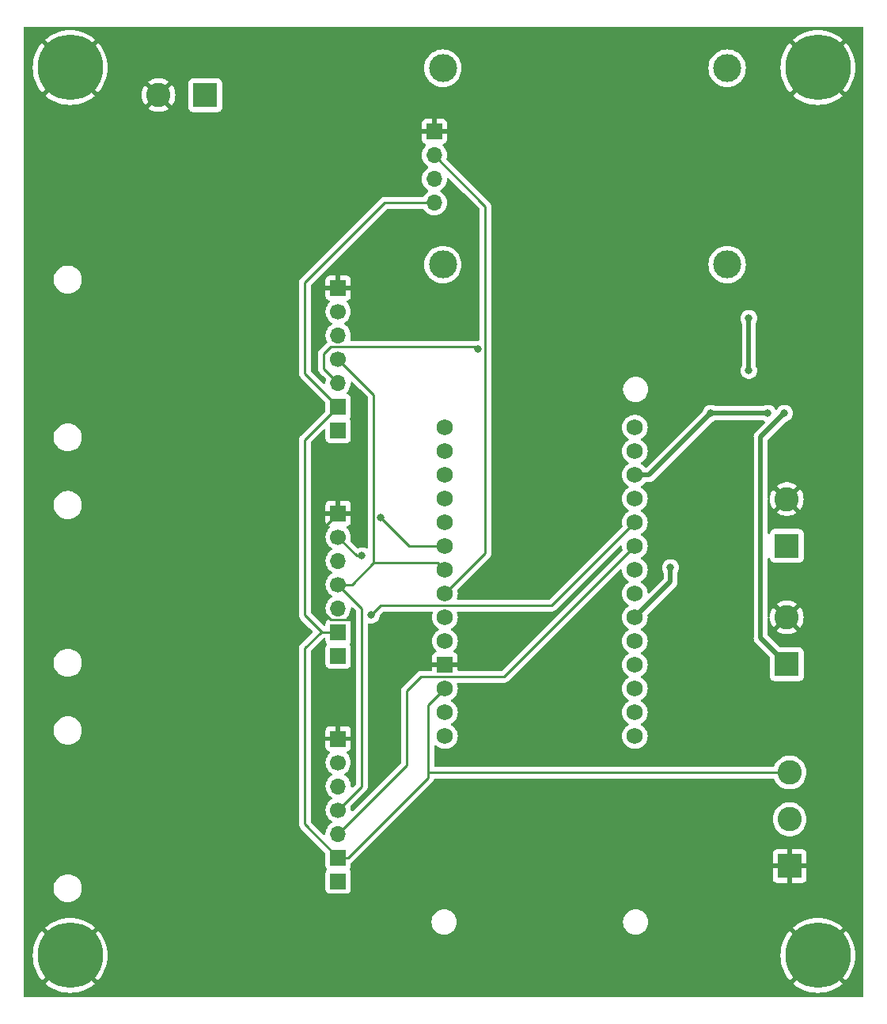
<source format=gbl>
G04 #@! TF.GenerationSoftware,KiCad,Pcbnew,7.0.9-7.0.9~ubuntu22.04.1*
G04 #@! TF.CreationDate,2023-12-07T11:19:29+01:00*
G04 #@! TF.ProjectId,baseboard,62617365-626f-4617-9264-2e6b69636164,rev?*
G04 #@! TF.SameCoordinates,Original*
G04 #@! TF.FileFunction,Copper,L2,Bot*
G04 #@! TF.FilePolarity,Positive*
%FSLAX46Y46*%
G04 Gerber Fmt 4.6, Leading zero omitted, Abs format (unit mm)*
G04 Created by KiCad (PCBNEW 7.0.9-7.0.9~ubuntu22.04.1) date 2023-12-07 11:19:29*
%MOMM*%
%LPD*%
G01*
G04 APERTURE LIST*
G04 #@! TA.AperFunction,ComponentPad*
%ADD10C,7.000000*%
G04 #@! TD*
G04 #@! TA.AperFunction,ComponentPad*
%ADD11R,1.700000X1.700000*%
G04 #@! TD*
G04 #@! TA.AperFunction,ComponentPad*
%ADD12O,1.700000X1.700000*%
G04 #@! TD*
G04 #@! TA.AperFunction,ComponentPad*
%ADD13C,1.700000*%
G04 #@! TD*
G04 #@! TA.AperFunction,ComponentPad*
%ADD14R,2.600000X2.600000*%
G04 #@! TD*
G04 #@! TA.AperFunction,ComponentPad*
%ADD15C,2.600000*%
G04 #@! TD*
G04 #@! TA.AperFunction,WasherPad*
%ADD16C,3.000000*%
G04 #@! TD*
G04 #@! TA.AperFunction,ComponentPad*
%ADD17C,1.727200*%
G04 #@! TD*
G04 #@! TA.AperFunction,ComponentPad*
%ADD18R,1.727200X1.727200*%
G04 #@! TD*
G04 #@! TA.AperFunction,ViaPad*
%ADD19C,0.800000*%
G04 #@! TD*
G04 #@! TA.AperFunction,Conductor*
%ADD20C,0.250000*%
G04 #@! TD*
G04 #@! TA.AperFunction,Conductor*
%ADD21C,0.500000*%
G04 #@! TD*
G04 APERTURE END LIST*
D10*
X30000000Y-153000000D03*
X110000000Y-58000000D03*
D11*
X58680000Y-120940000D03*
X58680000Y-118400000D03*
D12*
X58680000Y-115860000D03*
D13*
X58680000Y-113320000D03*
D12*
X58680000Y-110780000D03*
D13*
X58680000Y-108240000D03*
D11*
X58680000Y-105700000D03*
D14*
X106985000Y-143430000D03*
D15*
X106985000Y-138430000D03*
X106985000Y-133430000D03*
D10*
X30000000Y-58000000D03*
D14*
X44450000Y-60960000D03*
D15*
X39450000Y-60960000D03*
D11*
X58680000Y-96820000D03*
X58680000Y-94280000D03*
D12*
X58680000Y-91740000D03*
D13*
X58680000Y-89200000D03*
D12*
X58680000Y-86660000D03*
D13*
X58680000Y-84120000D03*
D11*
X58680000Y-81580000D03*
D14*
X106680000Y-121840000D03*
D15*
X106680000Y-116840000D03*
D11*
X58680000Y-145060000D03*
X58680000Y-142520000D03*
D12*
X58680000Y-139980000D03*
D13*
X58680000Y-137440000D03*
D12*
X58680000Y-134900000D03*
D13*
X58680000Y-132360000D03*
D11*
X58680000Y-129820000D03*
D10*
X110000000Y-153000000D03*
D16*
X69880000Y-58070000D03*
X69880000Y-79090000D03*
X100300000Y-58070000D03*
X100300000Y-79090000D03*
D11*
X68961000Y-64846200D03*
D12*
X68961000Y-67386200D03*
X68961000Y-69926200D03*
X68961000Y-72466200D03*
D14*
X106680000Y-109180000D03*
D15*
X106680000Y-104180000D03*
D17*
X70104000Y-124460000D03*
X70104000Y-129540000D03*
X90424000Y-127000000D03*
X90424000Y-124460000D03*
X90424000Y-121920000D03*
X90424000Y-119380000D03*
X90424000Y-116840000D03*
X90424000Y-114300000D03*
X90424000Y-111760000D03*
X90424000Y-129540000D03*
X90424000Y-109220000D03*
X90424000Y-106680000D03*
X90424000Y-104140000D03*
X90424000Y-101600000D03*
X90424000Y-99060000D03*
X90424000Y-96520000D03*
X70104000Y-96520000D03*
X70104000Y-99060000D03*
X70104000Y-101600000D03*
X70104000Y-104140000D03*
X70104000Y-106680000D03*
X70104000Y-109220000D03*
X70104000Y-111760000D03*
X70104000Y-114300000D03*
X70104000Y-116840000D03*
D18*
X70104000Y-121920000D03*
D17*
X70104000Y-119380000D03*
X70104000Y-127000000D03*
D19*
X100838000Y-101092000D03*
X54316000Y-63492000D03*
X96774000Y-85598000D03*
X60198000Y-116840000D03*
X62484000Y-121920000D03*
X63246000Y-106172000D03*
X62230000Y-116586000D03*
X73622500Y-88138000D03*
X94234000Y-111506000D03*
X104648000Y-94996000D03*
X98552000Y-94996000D03*
X106426000Y-94996000D03*
X61214000Y-110236000D03*
X102616000Y-90424000D03*
X102616000Y-84836000D03*
D20*
X56896000Y-107484000D02*
X56896000Y-116078000D01*
X57912000Y-117094000D02*
X59944000Y-117094000D01*
X56896000Y-116078000D02*
X57912000Y-117094000D01*
X59944000Y-117094000D02*
X60198000Y-116840000D01*
X58680000Y-105700000D02*
X56896000Y-107484000D01*
X68961000Y-72466200D02*
X63677800Y-72466200D01*
X58680000Y-142520000D02*
X59780000Y-142520000D01*
X55118000Y-138958000D02*
X58680000Y-142520000D01*
X55118000Y-90718000D02*
X58680000Y-94280000D01*
X58680000Y-118400000D02*
X56860000Y-118400000D01*
X106985000Y-133430000D02*
X68406000Y-133430000D01*
X68326000Y-133974000D02*
X68326000Y-133350000D01*
X55118000Y-81026000D02*
X55118000Y-90718000D01*
X68326000Y-126238000D02*
X70104000Y-124460000D01*
X55118000Y-120142000D02*
X55118000Y-138958000D01*
X58680000Y-94280000D02*
X55118000Y-97842000D01*
X63677800Y-72466200D02*
X55118000Y-81026000D01*
X56860000Y-118400000D02*
X55118000Y-120142000D01*
X68326000Y-133350000D02*
X68326000Y-126238000D01*
X55118000Y-116586000D02*
X56932000Y-118400000D01*
X55118000Y-97842000D02*
X55118000Y-116586000D01*
X56932000Y-118400000D02*
X58680000Y-118400000D01*
X59780000Y-142520000D02*
X68326000Y-133974000D01*
X68406000Y-133430000D02*
X68326000Y-133350000D01*
X62484000Y-93004000D02*
X58680000Y-89200000D01*
X69342000Y-110998000D02*
X70104000Y-111760000D01*
X62484000Y-110998000D02*
X62484000Y-93004000D01*
X58680000Y-113320000D02*
X60162000Y-113320000D01*
X60162000Y-113320000D02*
X62484000Y-110998000D01*
X62484000Y-110998000D02*
X69342000Y-110998000D01*
X61214000Y-115854000D02*
X58680000Y-113320000D01*
X58680000Y-137440000D02*
X61214000Y-134906000D01*
X61214000Y-134906000D02*
X61214000Y-115854000D01*
X66294000Y-109220000D02*
X63246000Y-106172000D01*
X70104000Y-109220000D02*
X66294000Y-109220000D01*
X66040000Y-124714000D02*
X67564000Y-123190000D01*
X66040000Y-132620000D02*
X66040000Y-124714000D01*
X67564000Y-123190000D02*
X76454000Y-123190000D01*
X58680000Y-139980000D02*
X66040000Y-132620000D01*
X76454000Y-123190000D02*
X90424000Y-109220000D01*
X81534000Y-115570000D02*
X90424000Y-106680000D01*
X62230000Y-116586000D02*
X63246000Y-115570000D01*
X63246000Y-115570000D02*
X81534000Y-115570000D01*
X57912000Y-87884000D02*
X57150000Y-88646000D01*
X57150000Y-88646000D02*
X57150000Y-90210000D01*
X57150000Y-90210000D02*
X58680000Y-91740000D01*
X73622500Y-88138000D02*
X73368500Y-87884000D01*
X73368500Y-87884000D02*
X57912000Y-87884000D01*
D21*
X94234000Y-113030000D02*
X90424000Y-116840000D01*
X94234000Y-111506000D02*
X94234000Y-113030000D01*
D20*
X74422000Y-109982000D02*
X74422000Y-72847200D01*
X74422000Y-72847200D02*
X68961000Y-67386200D01*
X70104000Y-114300000D02*
X74422000Y-109982000D01*
D21*
X91948000Y-101600000D02*
X90424000Y-101600000D01*
X104648000Y-94996000D02*
X98552000Y-94996000D01*
X98552000Y-94996000D02*
X91948000Y-101600000D01*
X106680000Y-121840000D02*
X103886000Y-119046000D01*
X103886000Y-119046000D02*
X103886000Y-97536000D01*
X103886000Y-97536000D02*
X106426000Y-94996000D01*
D20*
X60676000Y-110236000D02*
X58680000Y-108240000D01*
X61214000Y-110236000D02*
X60676000Y-110236000D01*
D21*
X102616000Y-90424000D02*
X102616000Y-84836000D01*
G04 #@! TA.AperFunction,Conductor*
G36*
X60240862Y-115765898D02*
G01*
X60247331Y-115771922D01*
X60298587Y-115823177D01*
X60552181Y-116076771D01*
X60585666Y-116138094D01*
X60588500Y-116164452D01*
X60588500Y-134595546D01*
X60568815Y-134662585D01*
X60552181Y-134683227D01*
X60247340Y-134988068D01*
X60186017Y-135021553D01*
X60116325Y-135016569D01*
X60060392Y-134974697D01*
X60035975Y-134909233D01*
X60035659Y-134900387D01*
X60035659Y-134899999D01*
X60030553Y-134841635D01*
X60015063Y-134664592D01*
X59960186Y-134459784D01*
X59953905Y-134436344D01*
X59953904Y-134436343D01*
X59953903Y-134436337D01*
X59854035Y-134222171D01*
X59847893Y-134213398D01*
X59718494Y-134028597D01*
X59551402Y-133861506D01*
X59551396Y-133861501D01*
X59365842Y-133731575D01*
X59322217Y-133676998D01*
X59315023Y-133607500D01*
X59346546Y-133545145D01*
X59365842Y-133528425D01*
X59388026Y-133512891D01*
X59551401Y-133398495D01*
X59718495Y-133231401D01*
X59854035Y-133037830D01*
X59953903Y-132823663D01*
X60015063Y-132595408D01*
X60035659Y-132360000D01*
X60015063Y-132124592D01*
X59953903Y-131896337D01*
X59854035Y-131682171D01*
X59845315Y-131669718D01*
X59718496Y-131488600D01*
X59718495Y-131488599D01*
X59596179Y-131366283D01*
X59562696Y-131304963D01*
X59567680Y-131235271D01*
X59609551Y-131179337D01*
X59640529Y-131162422D01*
X59772086Y-131113354D01*
X59772093Y-131113350D01*
X59887187Y-131027190D01*
X59887190Y-131027187D01*
X59973350Y-130912093D01*
X59973354Y-130912086D01*
X60023596Y-130777379D01*
X60023598Y-130777372D01*
X60029999Y-130717844D01*
X60030000Y-130717827D01*
X60030000Y-130070000D01*
X59113686Y-130070000D01*
X59139493Y-130029844D01*
X59180000Y-129891889D01*
X59180000Y-129748111D01*
X59139493Y-129610156D01*
X59113686Y-129570000D01*
X60030000Y-129570000D01*
X60030000Y-128922172D01*
X60029999Y-128922155D01*
X60023598Y-128862627D01*
X60023596Y-128862620D01*
X59973354Y-128727913D01*
X59973350Y-128727906D01*
X59887190Y-128612812D01*
X59887187Y-128612809D01*
X59772093Y-128526649D01*
X59772086Y-128526645D01*
X59637379Y-128476403D01*
X59637372Y-128476401D01*
X59577844Y-128470000D01*
X58930000Y-128470000D01*
X58930000Y-129384498D01*
X58822315Y-129335320D01*
X58715763Y-129320000D01*
X58644237Y-129320000D01*
X58537685Y-129335320D01*
X58430000Y-129384498D01*
X58430000Y-128470000D01*
X57782155Y-128470000D01*
X57722627Y-128476401D01*
X57722620Y-128476403D01*
X57587913Y-128526645D01*
X57587906Y-128526649D01*
X57472812Y-128612809D01*
X57472809Y-128612812D01*
X57386649Y-128727906D01*
X57386645Y-128727913D01*
X57336403Y-128862620D01*
X57336401Y-128862627D01*
X57330000Y-128922155D01*
X57330000Y-129570000D01*
X58246314Y-129570000D01*
X58220507Y-129610156D01*
X58180000Y-129748111D01*
X58180000Y-129891889D01*
X58220507Y-130029844D01*
X58246314Y-130070000D01*
X57330000Y-130070000D01*
X57330000Y-130717844D01*
X57336401Y-130777372D01*
X57336403Y-130777379D01*
X57386645Y-130912086D01*
X57386649Y-130912093D01*
X57472809Y-131027187D01*
X57472812Y-131027190D01*
X57587906Y-131113350D01*
X57587913Y-131113354D01*
X57719470Y-131162421D01*
X57775403Y-131204292D01*
X57799821Y-131269756D01*
X57784970Y-131338029D01*
X57763819Y-131366284D01*
X57641503Y-131488600D01*
X57505965Y-131682169D01*
X57505964Y-131682171D01*
X57406098Y-131896335D01*
X57406094Y-131896344D01*
X57344938Y-132124586D01*
X57344936Y-132124596D01*
X57324341Y-132359999D01*
X57324341Y-132360000D01*
X57344936Y-132595403D01*
X57344938Y-132595413D01*
X57406094Y-132823655D01*
X57406096Y-132823659D01*
X57406097Y-132823663D01*
X57500766Y-133026680D01*
X57505965Y-133037830D01*
X57505967Y-133037834D01*
X57641501Y-133231395D01*
X57641506Y-133231402D01*
X57808597Y-133398493D01*
X57808603Y-133398498D01*
X57994158Y-133528425D01*
X58037783Y-133583002D01*
X58044977Y-133652500D01*
X58013454Y-133714855D01*
X57994158Y-133731575D01*
X57808597Y-133861505D01*
X57641505Y-134028597D01*
X57505965Y-134222169D01*
X57505964Y-134222171D01*
X57406098Y-134436335D01*
X57406094Y-134436344D01*
X57344938Y-134664586D01*
X57344936Y-134664596D01*
X57324341Y-134899999D01*
X57324341Y-134900000D01*
X57344936Y-135135403D01*
X57344938Y-135135413D01*
X57406094Y-135363655D01*
X57406096Y-135363659D01*
X57406097Y-135363663D01*
X57421636Y-135396986D01*
X57505965Y-135577830D01*
X57505967Y-135577834D01*
X57641501Y-135771395D01*
X57641506Y-135771402D01*
X57808597Y-135938493D01*
X57808603Y-135938498D01*
X57994158Y-136068425D01*
X58037783Y-136123002D01*
X58044977Y-136192500D01*
X58013454Y-136254855D01*
X57994158Y-136271575D01*
X57808597Y-136401505D01*
X57641505Y-136568597D01*
X57505965Y-136762169D01*
X57505964Y-136762171D01*
X57406098Y-136976335D01*
X57406094Y-136976344D01*
X57344938Y-137204586D01*
X57344936Y-137204596D01*
X57324341Y-137439999D01*
X57324341Y-137440000D01*
X57344936Y-137675403D01*
X57344938Y-137675413D01*
X57406094Y-137903655D01*
X57406096Y-137903659D01*
X57406097Y-137903663D01*
X57505965Y-138117830D01*
X57505967Y-138117834D01*
X57641501Y-138311395D01*
X57641506Y-138311402D01*
X57808597Y-138478493D01*
X57808603Y-138478498D01*
X57994158Y-138608425D01*
X58037783Y-138663002D01*
X58044977Y-138732500D01*
X58013454Y-138794855D01*
X57994158Y-138811575D01*
X57808597Y-138941505D01*
X57641505Y-139108597D01*
X57505965Y-139302169D01*
X57505964Y-139302171D01*
X57406098Y-139516335D01*
X57406094Y-139516344D01*
X57344938Y-139744586D01*
X57344936Y-139744596D01*
X57324341Y-139979999D01*
X57324341Y-139980388D01*
X57324292Y-139980553D01*
X57323869Y-139985394D01*
X57322896Y-139985308D01*
X57304656Y-140047427D01*
X57251852Y-140093182D01*
X57182694Y-140103126D01*
X57119138Y-140074101D01*
X57112660Y-140068069D01*
X55779819Y-138735228D01*
X55746334Y-138673905D01*
X55743500Y-138647547D01*
X55743500Y-120452452D01*
X55763185Y-120385413D01*
X55779819Y-120364771D01*
X57082772Y-119061819D01*
X57144095Y-119028334D01*
X57170453Y-119025500D01*
X57205501Y-119025500D01*
X57272540Y-119045185D01*
X57318295Y-119097989D01*
X57329501Y-119149500D01*
X57329501Y-119297876D01*
X57335908Y-119357483D01*
X57386202Y-119492328D01*
X57386203Y-119492330D01*
X57408765Y-119522469D01*
X57455116Y-119584386D01*
X57463578Y-119595689D01*
X57487995Y-119661153D01*
X57473144Y-119729426D01*
X57463578Y-119744311D01*
X57386203Y-119847669D01*
X57386202Y-119847671D01*
X57335908Y-119982517D01*
X57330646Y-120031465D01*
X57329501Y-120042123D01*
X57329500Y-120042135D01*
X57329500Y-121837870D01*
X57329501Y-121837876D01*
X57335908Y-121897483D01*
X57386202Y-122032328D01*
X57386206Y-122032335D01*
X57472452Y-122147544D01*
X57472455Y-122147547D01*
X57587664Y-122233793D01*
X57587671Y-122233797D01*
X57722517Y-122284091D01*
X57722516Y-122284091D01*
X57729444Y-122284835D01*
X57782127Y-122290500D01*
X59577872Y-122290499D01*
X59637483Y-122284091D01*
X59772331Y-122233796D01*
X59887546Y-122147546D01*
X59973796Y-122032331D01*
X60024091Y-121897483D01*
X60030500Y-121837873D01*
X60030499Y-120042128D01*
X60024091Y-119982517D01*
X60017969Y-119966104D01*
X59973797Y-119847671D01*
X59973795Y-119847668D01*
X59896421Y-119744309D01*
X59872004Y-119678848D01*
X59886855Y-119610575D01*
X59896416Y-119595696D01*
X59973796Y-119492331D01*
X60024091Y-119357483D01*
X60030500Y-119297873D01*
X60030499Y-117502128D01*
X60024091Y-117442517D01*
X59997809Y-117372052D01*
X59973797Y-117307671D01*
X59973793Y-117307664D01*
X59887547Y-117192455D01*
X59887544Y-117192452D01*
X59772335Y-117106206D01*
X59772328Y-117106202D01*
X59640917Y-117057189D01*
X59584983Y-117015318D01*
X59560566Y-116949853D01*
X59575418Y-116881580D01*
X59596563Y-116853332D01*
X59718495Y-116731401D01*
X59854035Y-116537830D01*
X59953903Y-116323663D01*
X60015063Y-116095408D01*
X60035659Y-115860000D01*
X60035659Y-115859999D01*
X60035659Y-115859611D01*
X60035707Y-115859445D01*
X60036131Y-115854606D01*
X60037103Y-115854691D01*
X60055344Y-115792572D01*
X60108148Y-115746817D01*
X60177306Y-115736873D01*
X60240862Y-115765898D01*
G37*
G04 #@! TD.AperFunction*
G04 #@! TA.AperFunction,Conductor*
G36*
X68774386Y-116215185D02*
G01*
X68820141Y-116267989D01*
X68830085Y-116337147D01*
X68820904Y-116369307D01*
X68811453Y-116390852D01*
X68809388Y-116395561D01*
X68753892Y-116614710D01*
X68735225Y-116839993D01*
X68735225Y-116840006D01*
X68753892Y-117065289D01*
X68809388Y-117284439D01*
X68900198Y-117491466D01*
X69023842Y-117680716D01*
X69023850Y-117680727D01*
X69176950Y-117847036D01*
X69176954Y-117847040D01*
X69355351Y-117985893D01*
X69383165Y-118000945D01*
X69432755Y-118050165D01*
X69447863Y-118118382D01*
X69423692Y-118183937D01*
X69383165Y-118219055D01*
X69355352Y-118234106D01*
X69176955Y-118372959D01*
X69176950Y-118372963D01*
X69023850Y-118539272D01*
X69023842Y-118539283D01*
X68900198Y-118728533D01*
X68809388Y-118935560D01*
X68753892Y-119154710D01*
X68735225Y-119379993D01*
X68735225Y-119380006D01*
X68753892Y-119605289D01*
X68809388Y-119824439D01*
X68900198Y-120031466D01*
X69013502Y-120204890D01*
X69023844Y-120220719D01*
X69161245Y-120369976D01*
X69192167Y-120432629D01*
X69184307Y-120502055D01*
X69140160Y-120556211D01*
X69113349Y-120570140D01*
X68998311Y-120613046D01*
X68998306Y-120613049D01*
X68883212Y-120699209D01*
X68883209Y-120699212D01*
X68797049Y-120814306D01*
X68797045Y-120814313D01*
X68746803Y-120949020D01*
X68746801Y-120949027D01*
X68740400Y-121008555D01*
X68740400Y-121670000D01*
X69660804Y-121670000D01*
X69637155Y-121706799D01*
X69596000Y-121846961D01*
X69596000Y-121993039D01*
X69637155Y-122133201D01*
X69660804Y-122170000D01*
X68740400Y-122170000D01*
X68740400Y-122440500D01*
X68720715Y-122507539D01*
X68667911Y-122553294D01*
X68616400Y-122564500D01*
X67646737Y-122564500D01*
X67631120Y-122562776D01*
X67631093Y-122563062D01*
X67623331Y-122562327D01*
X67554203Y-122564500D01*
X67524650Y-122564500D01*
X67523929Y-122564590D01*
X67517757Y-122565369D01*
X67511945Y-122565826D01*
X67465372Y-122567290D01*
X67465369Y-122567291D01*
X67446126Y-122572881D01*
X67427083Y-122576825D01*
X67407204Y-122579336D01*
X67407203Y-122579337D01*
X67363878Y-122596490D01*
X67358352Y-122598382D01*
X67313608Y-122611383D01*
X67313604Y-122611385D01*
X67296365Y-122621580D01*
X67278898Y-122630137D01*
X67260269Y-122637512D01*
X67260267Y-122637513D01*
X67222564Y-122664906D01*
X67217682Y-122668112D01*
X67177580Y-122691828D01*
X67163408Y-122706000D01*
X67148623Y-122718628D01*
X67132412Y-122730407D01*
X67102709Y-122766310D01*
X67098777Y-122770631D01*
X65656208Y-124213199D01*
X65643951Y-124223020D01*
X65644134Y-124223241D01*
X65638123Y-124228213D01*
X65590772Y-124278636D01*
X65569889Y-124299519D01*
X65569877Y-124299532D01*
X65565621Y-124305017D01*
X65561837Y-124309447D01*
X65529937Y-124343418D01*
X65529936Y-124343420D01*
X65520284Y-124360976D01*
X65509610Y-124377226D01*
X65497329Y-124393061D01*
X65497324Y-124393068D01*
X65478815Y-124435838D01*
X65476245Y-124441084D01*
X65453803Y-124481906D01*
X65448822Y-124501307D01*
X65442521Y-124519710D01*
X65434562Y-124538102D01*
X65434561Y-124538105D01*
X65427271Y-124584127D01*
X65426087Y-124589846D01*
X65414501Y-124634972D01*
X65414500Y-124634982D01*
X65414500Y-124655016D01*
X65412973Y-124674415D01*
X65409840Y-124694194D01*
X65409840Y-124694195D01*
X65414225Y-124740583D01*
X65414500Y-124746421D01*
X65414500Y-132309546D01*
X65394815Y-132376585D01*
X65378181Y-132397227D01*
X60247340Y-137528068D01*
X60186017Y-137561553D01*
X60116325Y-137556569D01*
X60060392Y-137514697D01*
X60035975Y-137449233D01*
X60035659Y-137440387D01*
X60035659Y-137439999D01*
X60015063Y-137204596D01*
X60015063Y-137204592D01*
X59988143Y-137104125D01*
X59989806Y-137034276D01*
X60020235Y-136984353D01*
X61597787Y-135406801D01*
X61610042Y-135396986D01*
X61609859Y-135396764D01*
X61615866Y-135391792D01*
X61615877Y-135391786D01*
X61646775Y-135358882D01*
X61663227Y-135341364D01*
X61673671Y-135330918D01*
X61684120Y-135320471D01*
X61688379Y-135314978D01*
X61692152Y-135310561D01*
X61724062Y-135276582D01*
X61733713Y-135259024D01*
X61744396Y-135242761D01*
X61756673Y-135226936D01*
X61775185Y-135184153D01*
X61777738Y-135178941D01*
X61800197Y-135138092D01*
X61805180Y-135118680D01*
X61811481Y-135100280D01*
X61819437Y-135081896D01*
X61826729Y-135035852D01*
X61827906Y-135030171D01*
X61839500Y-134985019D01*
X61839500Y-134964983D01*
X61841027Y-134945582D01*
X61844160Y-134925804D01*
X61839775Y-134879415D01*
X61839500Y-134873577D01*
X61839500Y-117576741D01*
X61859185Y-117509702D01*
X61911989Y-117463947D01*
X61981147Y-117454003D01*
X61989266Y-117455448D01*
X62135354Y-117486500D01*
X62135355Y-117486500D01*
X62324644Y-117486500D01*
X62324646Y-117486500D01*
X62509803Y-117447144D01*
X62682730Y-117370151D01*
X62835871Y-117258888D01*
X62962533Y-117118216D01*
X63057179Y-116954284D01*
X63115674Y-116774256D01*
X63133321Y-116606344D01*
X63159904Y-116541734D01*
X63168941Y-116531648D01*
X63468773Y-116231816D01*
X63530095Y-116198334D01*
X63556453Y-116195500D01*
X68707347Y-116195500D01*
X68774386Y-116215185D01*
G37*
G04 #@! TD.AperFunction*
G04 #@! TA.AperFunction,Conductor*
G36*
X88975140Y-109115962D02*
G01*
X89031073Y-109157834D01*
X89055382Y-109221904D01*
X89073892Y-109445289D01*
X89105137Y-109568674D01*
X89102512Y-109638494D01*
X89072612Y-109686795D01*
X76231228Y-122528181D01*
X76169905Y-122561666D01*
X76143547Y-122564500D01*
X71591600Y-122564500D01*
X71524561Y-122544815D01*
X71478806Y-122492011D01*
X71467600Y-122440500D01*
X71467600Y-122170000D01*
X70547196Y-122170000D01*
X70570845Y-122133201D01*
X70612000Y-121993039D01*
X70612000Y-121846961D01*
X70570845Y-121706799D01*
X70547196Y-121670000D01*
X71467600Y-121670000D01*
X71467600Y-121008572D01*
X71467599Y-121008555D01*
X71461198Y-120949027D01*
X71461196Y-120949020D01*
X71410954Y-120814313D01*
X71410950Y-120814306D01*
X71324790Y-120699212D01*
X71324787Y-120699209D01*
X71209693Y-120613049D01*
X71209686Y-120613045D01*
X71094651Y-120570140D01*
X71038717Y-120528269D01*
X71014300Y-120462804D01*
X71029152Y-120394531D01*
X71046749Y-120369981D01*
X71184156Y-120220719D01*
X71307802Y-120031465D01*
X71398611Y-119824441D01*
X71454107Y-119605293D01*
X71472351Y-119385117D01*
X71472775Y-119380006D01*
X71472775Y-119379993D01*
X71454107Y-119154710D01*
X71454107Y-119154707D01*
X71398611Y-118935559D01*
X71307802Y-118728535D01*
X71184156Y-118539281D01*
X71184153Y-118539278D01*
X71184149Y-118539272D01*
X71031049Y-118372963D01*
X71031048Y-118372962D01*
X71031046Y-118372960D01*
X70852649Y-118234107D01*
X70852647Y-118234106D01*
X70852646Y-118234105D01*
X70852639Y-118234100D01*
X70824836Y-118219055D01*
X70775244Y-118169837D01*
X70760135Y-118101620D01*
X70784306Y-118036064D01*
X70824836Y-118000945D01*
X70852639Y-117985899D01*
X70852642Y-117985896D01*
X70852649Y-117985893D01*
X71031046Y-117847040D01*
X71184156Y-117680719D01*
X71307802Y-117491465D01*
X71398611Y-117284441D01*
X71454107Y-117065293D01*
X71462602Y-116962771D01*
X71472775Y-116840006D01*
X71472775Y-116839993D01*
X71454107Y-116614710D01*
X71454107Y-116614707D01*
X71398611Y-116395559D01*
X71387096Y-116369309D01*
X71378194Y-116300011D01*
X71408171Y-116236899D01*
X71467510Y-116200011D01*
X71500653Y-116195500D01*
X81451257Y-116195500D01*
X81466877Y-116197224D01*
X81466904Y-116196939D01*
X81474660Y-116197671D01*
X81474667Y-116197673D01*
X81543814Y-116195500D01*
X81573350Y-116195500D01*
X81580228Y-116194630D01*
X81586041Y-116194172D01*
X81632627Y-116192709D01*
X81651869Y-116187117D01*
X81670912Y-116183174D01*
X81690792Y-116180664D01*
X81734122Y-116163507D01*
X81739646Y-116161617D01*
X81743396Y-116160527D01*
X81784390Y-116148618D01*
X81801629Y-116138422D01*
X81819103Y-116129862D01*
X81837727Y-116122488D01*
X81837727Y-116122487D01*
X81837732Y-116122486D01*
X81875449Y-116095082D01*
X81880305Y-116091892D01*
X81920420Y-116068170D01*
X81934589Y-116053999D01*
X81949379Y-116041368D01*
X81965587Y-116029594D01*
X81995299Y-115993676D01*
X81999212Y-115989376D01*
X88844127Y-109144461D01*
X88905448Y-109110978D01*
X88975140Y-109115962D01*
G37*
G04 #@! TD.AperFunction*
G04 #@! TA.AperFunction,Conductor*
G36*
X60240862Y-91645898D02*
G01*
X60247327Y-91651918D01*
X61013240Y-92417830D01*
X61822181Y-93226771D01*
X61855666Y-93288094D01*
X61858500Y-93314452D01*
X61858500Y-109347814D01*
X61838815Y-109414853D01*
X61786011Y-109460608D01*
X61716853Y-109470552D01*
X61673572Y-109453005D01*
X61672363Y-109455101D01*
X61666729Y-109451848D01*
X61493807Y-109374857D01*
X61493802Y-109374855D01*
X61348001Y-109343865D01*
X61308646Y-109335500D01*
X61119354Y-109335500D01*
X61086897Y-109342398D01*
X60934197Y-109374855D01*
X60934195Y-109374856D01*
X60849620Y-109412512D01*
X60780370Y-109421796D01*
X60717094Y-109392168D01*
X60711504Y-109386913D01*
X60020237Y-108695646D01*
X59986752Y-108634323D01*
X59988142Y-108575876D01*
X60015063Y-108475408D01*
X60035659Y-108240000D01*
X60015063Y-108004592D01*
X59953903Y-107776337D01*
X59854035Y-107562171D01*
X59765832Y-107436204D01*
X59718496Y-107368600D01*
X59681361Y-107331465D01*
X59596179Y-107246283D01*
X59562696Y-107184963D01*
X59567680Y-107115271D01*
X59609551Y-107059337D01*
X59640529Y-107042422D01*
X59772086Y-106993354D01*
X59772093Y-106993350D01*
X59887187Y-106907190D01*
X59887190Y-106907187D01*
X59973350Y-106792093D01*
X59973354Y-106792086D01*
X60023596Y-106657379D01*
X60023598Y-106657372D01*
X60029999Y-106597844D01*
X60030000Y-106597827D01*
X60030000Y-105950000D01*
X59113686Y-105950000D01*
X59139493Y-105909844D01*
X59180000Y-105771889D01*
X59180000Y-105628111D01*
X59139493Y-105490156D01*
X59113686Y-105450000D01*
X60030000Y-105450000D01*
X60030000Y-104802172D01*
X60029999Y-104802155D01*
X60023598Y-104742627D01*
X60023596Y-104742620D01*
X59973354Y-104607913D01*
X59973350Y-104607906D01*
X59887190Y-104492812D01*
X59887187Y-104492809D01*
X59772093Y-104406649D01*
X59772086Y-104406645D01*
X59637379Y-104356403D01*
X59637372Y-104356401D01*
X59577844Y-104350000D01*
X58930000Y-104350000D01*
X58930000Y-105264498D01*
X58822315Y-105215320D01*
X58715763Y-105200000D01*
X58644237Y-105200000D01*
X58537685Y-105215320D01*
X58430000Y-105264498D01*
X58430000Y-104350000D01*
X57782155Y-104350000D01*
X57722627Y-104356401D01*
X57722620Y-104356403D01*
X57587913Y-104406645D01*
X57587906Y-104406649D01*
X57472812Y-104492809D01*
X57472809Y-104492812D01*
X57386649Y-104607906D01*
X57386645Y-104607913D01*
X57336403Y-104742620D01*
X57336401Y-104742627D01*
X57330000Y-104802155D01*
X57330000Y-105450000D01*
X58246314Y-105450000D01*
X58220507Y-105490156D01*
X58180000Y-105628111D01*
X58180000Y-105771889D01*
X58220507Y-105909844D01*
X58246314Y-105950000D01*
X57330000Y-105950000D01*
X57330000Y-106597844D01*
X57336401Y-106657372D01*
X57336403Y-106657379D01*
X57386645Y-106792086D01*
X57386649Y-106792093D01*
X57472809Y-106907187D01*
X57472812Y-106907190D01*
X57587906Y-106993350D01*
X57587913Y-106993354D01*
X57719470Y-107042421D01*
X57775403Y-107084292D01*
X57799821Y-107149756D01*
X57784970Y-107218029D01*
X57763819Y-107246284D01*
X57641503Y-107368600D01*
X57505965Y-107562169D01*
X57505964Y-107562171D01*
X57406098Y-107776335D01*
X57406094Y-107776344D01*
X57344938Y-108004586D01*
X57344936Y-108004596D01*
X57324341Y-108239999D01*
X57324341Y-108240000D01*
X57344936Y-108475403D01*
X57344938Y-108475413D01*
X57406094Y-108703655D01*
X57406096Y-108703659D01*
X57406097Y-108703663D01*
X57491852Y-108887564D01*
X57505965Y-108917830D01*
X57505967Y-108917834D01*
X57641501Y-109111395D01*
X57641506Y-109111402D01*
X57808597Y-109278493D01*
X57808603Y-109278498D01*
X57994158Y-109408425D01*
X58037783Y-109463002D01*
X58044977Y-109532500D01*
X58013454Y-109594855D01*
X57994158Y-109611575D01*
X57808597Y-109741505D01*
X57641505Y-109908597D01*
X57505965Y-110102169D01*
X57505964Y-110102171D01*
X57406098Y-110316335D01*
X57406094Y-110316344D01*
X57344938Y-110544586D01*
X57344936Y-110544596D01*
X57324341Y-110779999D01*
X57324341Y-110780000D01*
X57344936Y-111015403D01*
X57344938Y-111015413D01*
X57406094Y-111243655D01*
X57406096Y-111243659D01*
X57406097Y-111243663D01*
X57440640Y-111317740D01*
X57505965Y-111457830D01*
X57505967Y-111457834D01*
X57559795Y-111534707D01*
X57621968Y-111623500D01*
X57641501Y-111651395D01*
X57641506Y-111651402D01*
X57808597Y-111818493D01*
X57808603Y-111818498D01*
X57994158Y-111948425D01*
X58037783Y-112003002D01*
X58044977Y-112072500D01*
X58013454Y-112134855D01*
X57994158Y-112151575D01*
X57808597Y-112281505D01*
X57641505Y-112448597D01*
X57505965Y-112642169D01*
X57505964Y-112642171D01*
X57406098Y-112856335D01*
X57406094Y-112856344D01*
X57344938Y-113084586D01*
X57344936Y-113084596D01*
X57324341Y-113319999D01*
X57324341Y-113320000D01*
X57344936Y-113555403D01*
X57344938Y-113555413D01*
X57406094Y-113783655D01*
X57406096Y-113783659D01*
X57406097Y-113783663D01*
X57451721Y-113881503D01*
X57505965Y-113997830D01*
X57505967Y-113997834D01*
X57641501Y-114191395D01*
X57641506Y-114191402D01*
X57808597Y-114358493D01*
X57808603Y-114358498D01*
X57994158Y-114488425D01*
X58037783Y-114543002D01*
X58044977Y-114612500D01*
X58013454Y-114674855D01*
X57994158Y-114691575D01*
X57808597Y-114821505D01*
X57641505Y-114988597D01*
X57505965Y-115182169D01*
X57505964Y-115182171D01*
X57406098Y-115396335D01*
X57406094Y-115396344D01*
X57344938Y-115624586D01*
X57344936Y-115624596D01*
X57324341Y-115859999D01*
X57324341Y-115860000D01*
X57344936Y-116095403D01*
X57344938Y-116095413D01*
X57406094Y-116323655D01*
X57406096Y-116323659D01*
X57406097Y-116323663D01*
X57489842Y-116503255D01*
X57505965Y-116537830D01*
X57505967Y-116537834D01*
X57559795Y-116614707D01*
X57641501Y-116731396D01*
X57641506Y-116731402D01*
X57763430Y-116853326D01*
X57796915Y-116914649D01*
X57791931Y-116984341D01*
X57750059Y-117040274D01*
X57719083Y-117057189D01*
X57587669Y-117106203D01*
X57587664Y-117106206D01*
X57472455Y-117192452D01*
X57472452Y-117192455D01*
X57386206Y-117307664D01*
X57386202Y-117307671D01*
X57335908Y-117442517D01*
X57330646Y-117491465D01*
X57329501Y-117502123D01*
X57329500Y-117502135D01*
X57329500Y-117613547D01*
X57309815Y-117680586D01*
X57257011Y-117726341D01*
X57187853Y-117736285D01*
X57124297Y-117707260D01*
X57117819Y-117701228D01*
X55779819Y-116363228D01*
X55746334Y-116301905D01*
X55743500Y-116275547D01*
X55743500Y-98152451D01*
X55763185Y-98085412D01*
X55779814Y-98064775D01*
X57117821Y-96726767D01*
X57179142Y-96693284D01*
X57248834Y-96698268D01*
X57304767Y-96740140D01*
X57329184Y-96805604D01*
X57329500Y-96814450D01*
X57329500Y-97717870D01*
X57329501Y-97717876D01*
X57335908Y-97777483D01*
X57386202Y-97912328D01*
X57386206Y-97912335D01*
X57472452Y-98027544D01*
X57472455Y-98027547D01*
X57587664Y-98113793D01*
X57587671Y-98113797D01*
X57722517Y-98164091D01*
X57722516Y-98164091D01*
X57729444Y-98164835D01*
X57782127Y-98170500D01*
X59577872Y-98170499D01*
X59637483Y-98164091D01*
X59772331Y-98113796D01*
X59887546Y-98027546D01*
X59973796Y-97912331D01*
X60024091Y-97777483D01*
X60030500Y-97717873D01*
X60030499Y-95922128D01*
X60025015Y-95871112D01*
X60024091Y-95862516D01*
X59973797Y-95727671D01*
X59973795Y-95727668D01*
X59937574Y-95679283D01*
X59896421Y-95624309D01*
X59872004Y-95558848D01*
X59886855Y-95490575D01*
X59896416Y-95475696D01*
X59973796Y-95372331D01*
X60024091Y-95237483D01*
X60030500Y-95177873D01*
X60030499Y-93382128D01*
X60024091Y-93322517D01*
X60001926Y-93263090D01*
X59973797Y-93187671D01*
X59973793Y-93187664D01*
X59887547Y-93072455D01*
X59887544Y-93072452D01*
X59772335Y-92986206D01*
X59772328Y-92986202D01*
X59640917Y-92937189D01*
X59584983Y-92895318D01*
X59560566Y-92829853D01*
X59575418Y-92761580D01*
X59596563Y-92733332D01*
X59718495Y-92611401D01*
X59854035Y-92417830D01*
X59953903Y-92203663D01*
X60015063Y-91975408D01*
X60035659Y-91740000D01*
X60035659Y-91739999D01*
X60035659Y-91739611D01*
X60035707Y-91739445D01*
X60036131Y-91734606D01*
X60037103Y-91734691D01*
X60055344Y-91672572D01*
X60108148Y-91626817D01*
X60177306Y-91616873D01*
X60240862Y-91645898D01*
G37*
G04 #@! TD.AperFunction*
G04 #@! TA.AperFunction,Conductor*
G36*
X70521862Y-69832098D02*
G01*
X70528326Y-69838117D01*
X72117911Y-71427701D01*
X73760181Y-73069971D01*
X73793666Y-73131294D01*
X73796500Y-73157652D01*
X73796500Y-87113500D01*
X73776815Y-87180539D01*
X73724011Y-87226294D01*
X73672500Y-87237500D01*
X73527854Y-87237500D01*
X73483587Y-87246909D01*
X73446696Y-87254750D01*
X73401522Y-87255933D01*
X73388305Y-87253840D01*
X73388304Y-87253840D01*
X73341916Y-87258225D01*
X73336078Y-87258500D01*
X60079374Y-87258500D01*
X60012335Y-87238815D01*
X59966580Y-87186011D01*
X59956636Y-87116853D01*
X59959599Y-87102407D01*
X59984580Y-87009171D01*
X60015063Y-86895408D01*
X60035659Y-86660000D01*
X60015063Y-86424592D01*
X59953903Y-86196337D01*
X59854035Y-85982171D01*
X59718495Y-85788599D01*
X59718494Y-85788597D01*
X59551402Y-85621506D01*
X59551396Y-85621501D01*
X59365842Y-85491575D01*
X59322217Y-85436998D01*
X59315023Y-85367500D01*
X59346546Y-85305145D01*
X59365842Y-85288425D01*
X59388026Y-85272891D01*
X59551401Y-85158495D01*
X59718495Y-84991401D01*
X59854035Y-84797830D01*
X59953903Y-84583663D01*
X60015063Y-84355408D01*
X60035659Y-84120000D01*
X60015063Y-83884592D01*
X59953903Y-83656337D01*
X59854035Y-83442171D01*
X59718495Y-83248599D01*
X59596179Y-83126283D01*
X59562696Y-83064963D01*
X59567680Y-82995271D01*
X59609551Y-82939337D01*
X59640529Y-82922422D01*
X59772086Y-82873354D01*
X59772093Y-82873350D01*
X59887187Y-82787190D01*
X59887190Y-82787187D01*
X59973350Y-82672093D01*
X59973354Y-82672086D01*
X60023596Y-82537379D01*
X60023598Y-82537372D01*
X60029999Y-82477844D01*
X60030000Y-82477827D01*
X60030000Y-81830000D01*
X59113686Y-81830000D01*
X59139493Y-81789844D01*
X59180000Y-81651889D01*
X59180000Y-81508111D01*
X59139493Y-81370156D01*
X59113686Y-81330000D01*
X60030000Y-81330000D01*
X60030000Y-80682172D01*
X60029999Y-80682155D01*
X60023598Y-80622627D01*
X60023596Y-80622620D01*
X59973354Y-80487913D01*
X59973350Y-80487906D01*
X59887190Y-80372812D01*
X59887187Y-80372809D01*
X59772093Y-80286649D01*
X59772086Y-80286645D01*
X59637379Y-80236403D01*
X59637372Y-80236401D01*
X59577844Y-80230000D01*
X58930000Y-80230000D01*
X58930000Y-81144498D01*
X58822315Y-81095320D01*
X58715763Y-81080000D01*
X58644237Y-81080000D01*
X58537685Y-81095320D01*
X58430000Y-81144498D01*
X58430000Y-80230000D01*
X57782155Y-80230000D01*
X57722627Y-80236401D01*
X57722620Y-80236403D01*
X57587913Y-80286645D01*
X57587906Y-80286649D01*
X57472812Y-80372809D01*
X57472809Y-80372812D01*
X57386649Y-80487906D01*
X57386645Y-80487913D01*
X57336403Y-80622620D01*
X57336401Y-80622627D01*
X57330000Y-80682155D01*
X57330000Y-81330000D01*
X58246314Y-81330000D01*
X58220507Y-81370156D01*
X58180000Y-81508111D01*
X58180000Y-81651889D01*
X58220507Y-81789844D01*
X58246314Y-81830000D01*
X57330000Y-81830000D01*
X57330000Y-82477844D01*
X57336401Y-82537372D01*
X57336403Y-82537379D01*
X57386645Y-82672086D01*
X57386649Y-82672093D01*
X57472809Y-82787187D01*
X57472812Y-82787190D01*
X57587906Y-82873350D01*
X57587913Y-82873354D01*
X57719470Y-82922421D01*
X57775403Y-82964292D01*
X57799821Y-83029756D01*
X57784970Y-83098029D01*
X57763819Y-83126284D01*
X57641503Y-83248600D01*
X57505965Y-83442169D01*
X57505964Y-83442171D01*
X57406098Y-83656335D01*
X57406094Y-83656344D01*
X57344938Y-83884586D01*
X57344936Y-83884596D01*
X57324341Y-84119999D01*
X57324341Y-84120000D01*
X57344936Y-84355403D01*
X57344938Y-84355413D01*
X57406094Y-84583655D01*
X57406096Y-84583659D01*
X57406097Y-84583663D01*
X57435977Y-84647740D01*
X57505965Y-84797830D01*
X57505967Y-84797834D01*
X57641501Y-84991395D01*
X57641506Y-84991402D01*
X57808597Y-85158493D01*
X57808603Y-85158498D01*
X57994158Y-85288425D01*
X58037783Y-85343002D01*
X58044977Y-85412500D01*
X58013454Y-85474855D01*
X57994158Y-85491575D01*
X57808597Y-85621505D01*
X57641505Y-85788597D01*
X57505965Y-85982169D01*
X57505964Y-85982171D01*
X57406098Y-86196335D01*
X57406094Y-86196344D01*
X57344938Y-86424586D01*
X57344936Y-86424596D01*
X57324341Y-86659999D01*
X57324341Y-86660000D01*
X57344936Y-86895403D01*
X57344938Y-86895413D01*
X57406094Y-87123655D01*
X57406096Y-87123659D01*
X57406097Y-87123663D01*
X57468973Y-87258500D01*
X57489443Y-87302398D01*
X57499935Y-87371476D01*
X57472604Y-87433844D01*
X57450711Y-87460309D01*
X57446777Y-87464631D01*
X56766208Y-88145199D01*
X56753951Y-88155020D01*
X56754134Y-88155241D01*
X56748123Y-88160213D01*
X56700772Y-88210636D01*
X56679889Y-88231519D01*
X56679877Y-88231532D01*
X56675621Y-88237017D01*
X56671837Y-88241447D01*
X56639937Y-88275418D01*
X56639936Y-88275420D01*
X56630284Y-88292976D01*
X56619610Y-88309226D01*
X56607329Y-88325061D01*
X56607324Y-88325068D01*
X56588815Y-88367838D01*
X56586245Y-88373084D01*
X56563803Y-88413906D01*
X56558822Y-88433307D01*
X56552521Y-88451710D01*
X56544562Y-88470102D01*
X56544561Y-88470105D01*
X56537271Y-88516127D01*
X56536087Y-88521846D01*
X56524501Y-88566972D01*
X56524500Y-88566982D01*
X56524500Y-88587016D01*
X56522973Y-88606415D01*
X56519840Y-88626194D01*
X56519840Y-88626195D01*
X56524225Y-88672583D01*
X56524500Y-88678421D01*
X56524500Y-90127255D01*
X56522775Y-90142872D01*
X56523061Y-90142899D01*
X56522326Y-90150665D01*
X56524500Y-90219814D01*
X56524500Y-90249343D01*
X56524501Y-90249360D01*
X56525368Y-90256231D01*
X56525826Y-90262050D01*
X56527290Y-90308624D01*
X56527291Y-90308627D01*
X56532880Y-90327867D01*
X56536824Y-90346911D01*
X56539336Y-90366791D01*
X56556490Y-90410119D01*
X56558382Y-90415647D01*
X56571381Y-90460388D01*
X56581580Y-90477634D01*
X56590138Y-90495103D01*
X56597514Y-90513732D01*
X56624898Y-90551423D01*
X56628106Y-90556307D01*
X56651827Y-90596416D01*
X56651833Y-90596424D01*
X56665990Y-90610580D01*
X56678627Y-90625375D01*
X56690406Y-90641587D01*
X56711052Y-90658667D01*
X56726309Y-90671288D01*
X56730620Y-90675210D01*
X57041044Y-90985634D01*
X57339762Y-91284352D01*
X57373247Y-91345675D01*
X57371856Y-91404126D01*
X57344938Y-91504586D01*
X57344936Y-91504596D01*
X57324341Y-91739999D01*
X57324341Y-91740388D01*
X57324292Y-91740553D01*
X57323869Y-91745394D01*
X57322896Y-91745308D01*
X57304656Y-91807427D01*
X57251852Y-91853182D01*
X57182694Y-91863126D01*
X57119138Y-91834101D01*
X57112660Y-91828069D01*
X55779819Y-90495228D01*
X55746334Y-90433905D01*
X55743500Y-90407547D01*
X55743500Y-81336452D01*
X55763185Y-81269413D01*
X55779819Y-81248771D01*
X57938589Y-79090001D01*
X67874390Y-79090001D01*
X67894804Y-79375433D01*
X67955628Y-79655037D01*
X67955630Y-79655043D01*
X67955631Y-79655046D01*
X68034496Y-79866491D01*
X68055635Y-79923166D01*
X68192770Y-80174309D01*
X68192775Y-80174317D01*
X68364254Y-80403387D01*
X68364270Y-80403405D01*
X68566594Y-80605729D01*
X68566612Y-80605745D01*
X68795682Y-80777224D01*
X68795690Y-80777229D01*
X69046833Y-80914364D01*
X69046832Y-80914364D01*
X69046836Y-80914365D01*
X69046839Y-80914367D01*
X69314954Y-81014369D01*
X69314960Y-81014370D01*
X69314962Y-81014371D01*
X69594566Y-81075195D01*
X69594568Y-81075195D01*
X69594572Y-81075196D01*
X69848220Y-81093337D01*
X69879999Y-81095610D01*
X69880000Y-81095610D01*
X69880001Y-81095610D01*
X69908595Y-81093564D01*
X70165428Y-81075196D01*
X70237049Y-81059616D01*
X70445037Y-81014371D01*
X70445037Y-81014370D01*
X70445046Y-81014369D01*
X70713161Y-80914367D01*
X70964315Y-80777226D01*
X71193395Y-80605739D01*
X71395739Y-80403395D01*
X71567226Y-80174315D01*
X71704367Y-79923161D01*
X71804369Y-79655046D01*
X71865196Y-79375428D01*
X71885610Y-79090000D01*
X71865196Y-78804572D01*
X71804369Y-78524954D01*
X71704367Y-78256839D01*
X71567226Y-78005685D01*
X71567224Y-78005682D01*
X71395745Y-77776612D01*
X71395729Y-77776594D01*
X71193405Y-77574270D01*
X71193387Y-77574254D01*
X70964317Y-77402775D01*
X70964309Y-77402770D01*
X70713166Y-77265635D01*
X70713167Y-77265635D01*
X70605915Y-77225632D01*
X70445046Y-77165631D01*
X70445043Y-77165630D01*
X70445037Y-77165628D01*
X70165433Y-77104804D01*
X69880001Y-77084390D01*
X69879999Y-77084390D01*
X69594566Y-77104804D01*
X69314962Y-77165628D01*
X69046833Y-77265635D01*
X68795690Y-77402770D01*
X68795682Y-77402775D01*
X68566612Y-77574254D01*
X68566594Y-77574270D01*
X68364270Y-77776594D01*
X68364254Y-77776612D01*
X68192775Y-78005682D01*
X68192770Y-78005690D01*
X68055635Y-78256833D01*
X67955628Y-78524962D01*
X67894804Y-78804566D01*
X67874390Y-79089998D01*
X67874390Y-79090001D01*
X57938589Y-79090001D01*
X63900572Y-73128019D01*
X63961895Y-73094534D01*
X63988253Y-73091700D01*
X67685773Y-73091700D01*
X67752812Y-73111385D01*
X67787348Y-73144577D01*
X67922500Y-73337595D01*
X67922505Y-73337601D01*
X68089599Y-73504695D01*
X68186384Y-73572465D01*
X68283165Y-73640232D01*
X68283167Y-73640233D01*
X68283170Y-73640235D01*
X68497337Y-73740103D01*
X68725592Y-73801263D01*
X68913918Y-73817739D01*
X68960999Y-73821859D01*
X68961000Y-73821859D01*
X68961001Y-73821859D01*
X69000234Y-73818426D01*
X69196408Y-73801263D01*
X69424663Y-73740103D01*
X69638830Y-73640235D01*
X69832401Y-73504695D01*
X69999495Y-73337601D01*
X70135035Y-73144030D01*
X70234903Y-72929863D01*
X70296063Y-72701608D01*
X70316659Y-72466200D01*
X70296063Y-72230792D01*
X70234903Y-72002537D01*
X70135035Y-71788371D01*
X70134652Y-71787823D01*
X69999494Y-71594797D01*
X69832402Y-71427706D01*
X69832396Y-71427701D01*
X69646842Y-71297775D01*
X69603217Y-71243198D01*
X69596023Y-71173700D01*
X69627546Y-71111345D01*
X69646842Y-71094625D01*
X69669026Y-71079091D01*
X69832401Y-70964695D01*
X69999495Y-70797601D01*
X70135035Y-70604030D01*
X70234903Y-70389863D01*
X70296063Y-70161608D01*
X70316659Y-69926200D01*
X70316659Y-69926199D01*
X70316659Y-69925811D01*
X70316707Y-69925645D01*
X70317131Y-69920806D01*
X70318103Y-69920891D01*
X70336344Y-69858772D01*
X70389148Y-69813017D01*
X70458306Y-69803073D01*
X70521862Y-69832098D01*
G37*
G04 #@! TD.AperFunction*
G04 #@! TA.AperFunction,Conductor*
G36*
X114832539Y-53660185D02*
G01*
X114878294Y-53712989D01*
X114889500Y-53764500D01*
X114889500Y-157355500D01*
X114869815Y-157422539D01*
X114817011Y-157468294D01*
X114765500Y-157479500D01*
X25124500Y-157479500D01*
X25057461Y-157459815D01*
X25011706Y-157407011D01*
X25000500Y-157355500D01*
X25000500Y-153000000D01*
X25995176Y-153000000D01*
X26014461Y-153392550D01*
X26072129Y-153781308D01*
X26167625Y-154162549D01*
X26300016Y-154532559D01*
X26300023Y-154532575D01*
X26468062Y-154887864D01*
X26670109Y-155224958D01*
X26904228Y-155540632D01*
X27000068Y-155646376D01*
X27000069Y-155646376D01*
X28597278Y-154049167D01*
X28627958Y-154094167D01*
X28806360Y-154286438D01*
X28951427Y-154402124D01*
X27353622Y-155999929D01*
X27353622Y-155999930D01*
X27459367Y-156095771D01*
X27775041Y-156329890D01*
X28112135Y-156531937D01*
X28467424Y-156699976D01*
X28467440Y-156699983D01*
X28837450Y-156832374D01*
X29218691Y-156927870D01*
X29607449Y-156985538D01*
X30000000Y-157004823D01*
X30392550Y-156985538D01*
X30781308Y-156927870D01*
X31162549Y-156832374D01*
X31532559Y-156699983D01*
X31532575Y-156699976D01*
X31887864Y-156531937D01*
X32224958Y-156329890D01*
X32540632Y-156095770D01*
X32646376Y-155999929D01*
X31048572Y-154402125D01*
X31193640Y-154286438D01*
X31372042Y-154094167D01*
X31402721Y-154049168D01*
X32999929Y-155646376D01*
X33095770Y-155540632D01*
X33329890Y-155224958D01*
X33531937Y-154887864D01*
X33699976Y-154532575D01*
X33699983Y-154532559D01*
X33832374Y-154162549D01*
X33927870Y-153781308D01*
X33985538Y-153392550D01*
X34004823Y-153000000D01*
X105995176Y-153000000D01*
X106014461Y-153392550D01*
X106072129Y-153781308D01*
X106167625Y-154162549D01*
X106300016Y-154532559D01*
X106300023Y-154532575D01*
X106468062Y-154887864D01*
X106670109Y-155224958D01*
X106904228Y-155540632D01*
X107000068Y-155646376D01*
X107000069Y-155646376D01*
X108597278Y-154049167D01*
X108627958Y-154094167D01*
X108806360Y-154286438D01*
X108951427Y-154402124D01*
X107353622Y-155999929D01*
X107353622Y-155999930D01*
X107459367Y-156095771D01*
X107775041Y-156329890D01*
X108112135Y-156531937D01*
X108467424Y-156699976D01*
X108467440Y-156699983D01*
X108837450Y-156832374D01*
X109218691Y-156927870D01*
X109607449Y-156985538D01*
X110000000Y-157004823D01*
X110392550Y-156985538D01*
X110781308Y-156927870D01*
X111162549Y-156832374D01*
X111532559Y-156699983D01*
X111532575Y-156699976D01*
X111887864Y-156531937D01*
X112224958Y-156329890D01*
X112540632Y-156095770D01*
X112646376Y-155999929D01*
X111048572Y-154402125D01*
X111193640Y-154286438D01*
X111372042Y-154094167D01*
X111402721Y-154049168D01*
X112999929Y-155646376D01*
X113095770Y-155540632D01*
X113329890Y-155224958D01*
X113531937Y-154887864D01*
X113699976Y-154532575D01*
X113699983Y-154532559D01*
X113832374Y-154162549D01*
X113927870Y-153781308D01*
X113985538Y-153392550D01*
X114004823Y-153000000D01*
X113985538Y-152607449D01*
X113927870Y-152218691D01*
X113832374Y-151837450D01*
X113699983Y-151467440D01*
X113699976Y-151467424D01*
X113531937Y-151112135D01*
X113329890Y-150775041D01*
X113095771Y-150459367D01*
X112999930Y-150353622D01*
X112999929Y-150353622D01*
X111402720Y-151950830D01*
X111372042Y-151905833D01*
X111193640Y-151713562D01*
X111048572Y-151597874D01*
X112646376Y-150000069D01*
X112646376Y-150000068D01*
X112540632Y-149904228D01*
X112224958Y-149670109D01*
X111887864Y-149468062D01*
X111532575Y-149300023D01*
X111532559Y-149300016D01*
X111162549Y-149167625D01*
X110781308Y-149072129D01*
X110392550Y-149014461D01*
X110000000Y-148995176D01*
X109607449Y-149014461D01*
X109218691Y-149072129D01*
X108837450Y-149167625D01*
X108467440Y-149300016D01*
X108467424Y-149300023D01*
X108112135Y-149468062D01*
X107775041Y-149670109D01*
X107459368Y-149904228D01*
X107353622Y-150000069D01*
X108951427Y-151597874D01*
X108806360Y-151713562D01*
X108627958Y-151905833D01*
X108597278Y-151950831D01*
X107000069Y-150353622D01*
X106904228Y-150459368D01*
X106670109Y-150775041D01*
X106468062Y-151112135D01*
X106300023Y-151467424D01*
X106300016Y-151467440D01*
X106167625Y-151837450D01*
X106072129Y-152218691D01*
X106014461Y-152607449D01*
X105995176Y-153000000D01*
X34004823Y-153000000D01*
X33985538Y-152607449D01*
X33927870Y-152218691D01*
X33832374Y-151837450D01*
X33699983Y-151467440D01*
X33699976Y-151467424D01*
X33531937Y-151112135D01*
X33329890Y-150775041D01*
X33095771Y-150459367D01*
X32999930Y-150353622D01*
X32999929Y-150353622D01*
X31402720Y-151950830D01*
X31372042Y-151905833D01*
X31193640Y-151713562D01*
X31048572Y-151597874D01*
X32646376Y-150000069D01*
X32646376Y-150000068D01*
X32540632Y-149904228D01*
X32224958Y-149670109D01*
X31887864Y-149468062D01*
X31796394Y-149424800D01*
X68658341Y-149424800D01*
X68678936Y-149660203D01*
X68678938Y-149660213D01*
X68740094Y-149888455D01*
X68740096Y-149888459D01*
X68740097Y-149888463D01*
X68790031Y-149995546D01*
X68839964Y-150102628D01*
X68839965Y-150102630D01*
X68975505Y-150296202D01*
X69142597Y-150463294D01*
X69336169Y-150598834D01*
X69336171Y-150598835D01*
X69550337Y-150698703D01*
X69778592Y-150759863D01*
X69955034Y-150775300D01*
X70072966Y-150775300D01*
X70249408Y-150759863D01*
X70477663Y-150698703D01*
X70691829Y-150598835D01*
X70885401Y-150463295D01*
X71052495Y-150296201D01*
X71188035Y-150102630D01*
X71287903Y-149888463D01*
X71349063Y-149660208D01*
X71369659Y-149424800D01*
X89158341Y-149424800D01*
X89178936Y-149660203D01*
X89178938Y-149660213D01*
X89240094Y-149888455D01*
X89240096Y-149888459D01*
X89240097Y-149888463D01*
X89290031Y-149995546D01*
X89339964Y-150102628D01*
X89339965Y-150102630D01*
X89475505Y-150296202D01*
X89642597Y-150463294D01*
X89836169Y-150598834D01*
X89836171Y-150598835D01*
X90050337Y-150698703D01*
X90278592Y-150759863D01*
X90455034Y-150775300D01*
X90572966Y-150775300D01*
X90749408Y-150759863D01*
X90977663Y-150698703D01*
X91191829Y-150598835D01*
X91385401Y-150463295D01*
X91552495Y-150296201D01*
X91688035Y-150102630D01*
X91787903Y-149888463D01*
X91849063Y-149660208D01*
X91869659Y-149424800D01*
X91849063Y-149189392D01*
X91787903Y-148961137D01*
X91688035Y-148746971D01*
X91688034Y-148746969D01*
X91552494Y-148553397D01*
X91385402Y-148386305D01*
X91191830Y-148250765D01*
X91191828Y-148250764D01*
X91084746Y-148200831D01*
X90977663Y-148150897D01*
X90977659Y-148150896D01*
X90977655Y-148150894D01*
X90749413Y-148089738D01*
X90749403Y-148089736D01*
X90572966Y-148074300D01*
X90455034Y-148074300D01*
X90278596Y-148089736D01*
X90278586Y-148089738D01*
X90050344Y-148150894D01*
X90050335Y-148150898D01*
X89836171Y-148250764D01*
X89836169Y-148250765D01*
X89642597Y-148386305D01*
X89475506Y-148553397D01*
X89475501Y-148553404D01*
X89339967Y-148746965D01*
X89339965Y-148746969D01*
X89240098Y-148961135D01*
X89240094Y-148961144D01*
X89178938Y-149189386D01*
X89178936Y-149189396D01*
X89158341Y-149424799D01*
X89158341Y-149424800D01*
X71369659Y-149424800D01*
X71349063Y-149189392D01*
X71287903Y-148961137D01*
X71188035Y-148746971D01*
X71188034Y-148746969D01*
X71052494Y-148553397D01*
X70885402Y-148386305D01*
X70691830Y-148250765D01*
X70691828Y-148250764D01*
X70584746Y-148200831D01*
X70477663Y-148150897D01*
X70477659Y-148150896D01*
X70477655Y-148150894D01*
X70249413Y-148089738D01*
X70249403Y-148089736D01*
X70072966Y-148074300D01*
X69955034Y-148074300D01*
X69778596Y-148089736D01*
X69778586Y-148089738D01*
X69550344Y-148150894D01*
X69550335Y-148150898D01*
X69336171Y-148250764D01*
X69336169Y-148250765D01*
X69142597Y-148386305D01*
X68975506Y-148553397D01*
X68975501Y-148553404D01*
X68839967Y-148746965D01*
X68839965Y-148746969D01*
X68740098Y-148961135D01*
X68740094Y-148961144D01*
X68678938Y-149189386D01*
X68678936Y-149189396D01*
X68658341Y-149424799D01*
X68658341Y-149424800D01*
X31796394Y-149424800D01*
X31532575Y-149300023D01*
X31532559Y-149300016D01*
X31162549Y-149167625D01*
X30781308Y-149072129D01*
X30392550Y-149014461D01*
X30000000Y-148995176D01*
X29607449Y-149014461D01*
X29218691Y-149072129D01*
X28837450Y-149167625D01*
X28467440Y-149300016D01*
X28467424Y-149300023D01*
X28112135Y-149468062D01*
X27775041Y-149670109D01*
X27459368Y-149904228D01*
X27353622Y-150000069D01*
X28951427Y-151597874D01*
X28806360Y-151713562D01*
X28627958Y-151905833D01*
X28597278Y-151950831D01*
X27000069Y-150353622D01*
X26904228Y-150459368D01*
X26670109Y-150775041D01*
X26468062Y-151112135D01*
X26300023Y-151467424D01*
X26300016Y-151467440D01*
X26167625Y-151837450D01*
X26072129Y-152218691D01*
X26014461Y-152607449D01*
X25995176Y-153000000D01*
X25000500Y-153000000D01*
X25000500Y-145934335D01*
X28239500Y-145934335D01*
X28253143Y-146016094D01*
X28280429Y-146179616D01*
X28361169Y-146414802D01*
X28361172Y-146414811D01*
X28479524Y-146633506D01*
X28479526Y-146633509D01*
X28632262Y-146829744D01*
X28791744Y-146976557D01*
X28815217Y-146998166D01*
X29023393Y-147134173D01*
X29251118Y-147234063D01*
X29492175Y-147295107D01*
X29492179Y-147295108D01*
X29492181Y-147295108D01*
X29492186Y-147295109D01*
X29625376Y-147306145D01*
X29677933Y-147310500D01*
X29677935Y-147310500D01*
X29802065Y-147310500D01*
X29802067Y-147310500D01*
X29863284Y-147305427D01*
X29987813Y-147295109D01*
X29987816Y-147295108D01*
X29987821Y-147295108D01*
X30228881Y-147234063D01*
X30456607Y-147134173D01*
X30664785Y-146998164D01*
X30847738Y-146829744D01*
X31000474Y-146633509D01*
X31118828Y-146414810D01*
X31199571Y-146179614D01*
X31240500Y-145934335D01*
X31240500Y-145685665D01*
X31199571Y-145440386D01*
X31118828Y-145205190D01*
X31000474Y-144986491D01*
X30847738Y-144790256D01*
X30664785Y-144621836D01*
X30664782Y-144621833D01*
X30456606Y-144485826D01*
X30228881Y-144385936D01*
X29987824Y-144324892D01*
X29987813Y-144324890D01*
X29822548Y-144311197D01*
X29802067Y-144309500D01*
X29677933Y-144309500D01*
X29658521Y-144311108D01*
X29492186Y-144324890D01*
X29492175Y-144324892D01*
X29251118Y-144385936D01*
X29023393Y-144485826D01*
X28815217Y-144621833D01*
X28632261Y-144790257D01*
X28479524Y-144986493D01*
X28361172Y-145205188D01*
X28361169Y-145205197D01*
X28280429Y-145440383D01*
X28239500Y-145685665D01*
X28239500Y-145934335D01*
X25000500Y-145934335D01*
X25000500Y-129054334D01*
X28239500Y-129054334D01*
X28280429Y-129299616D01*
X28361169Y-129534802D01*
X28361172Y-129534811D01*
X28479524Y-129753506D01*
X28479526Y-129753509D01*
X28632262Y-129949744D01*
X28719274Y-130029844D01*
X28815217Y-130118166D01*
X29023393Y-130254173D01*
X29251118Y-130354063D01*
X29356412Y-130380727D01*
X29492179Y-130415108D01*
X29492181Y-130415108D01*
X29492186Y-130415109D01*
X29625376Y-130426145D01*
X29677933Y-130430500D01*
X29677935Y-130430500D01*
X29802065Y-130430500D01*
X29802067Y-130430500D01*
X29863284Y-130425427D01*
X29987813Y-130415109D01*
X29987816Y-130415108D01*
X29987821Y-130415108D01*
X30228881Y-130354063D01*
X30456607Y-130254173D01*
X30664785Y-130118164D01*
X30847738Y-129949744D01*
X31000474Y-129753509D01*
X31118828Y-129534810D01*
X31199571Y-129299614D01*
X31240500Y-129054335D01*
X31240500Y-128805665D01*
X31199571Y-128560386D01*
X31118828Y-128325190D01*
X31000474Y-128106491D01*
X30847738Y-127910256D01*
X30664785Y-127741836D01*
X30664782Y-127741833D01*
X30456606Y-127605826D01*
X30228881Y-127505936D01*
X29987824Y-127444892D01*
X29987813Y-127444890D01*
X29822548Y-127431197D01*
X29802067Y-127429500D01*
X29677933Y-127429500D01*
X29658521Y-127431108D01*
X29492186Y-127444890D01*
X29492175Y-127444892D01*
X29251118Y-127505936D01*
X29023393Y-127605826D01*
X28815217Y-127741833D01*
X28632261Y-127910257D01*
X28479524Y-128106493D01*
X28361172Y-128325188D01*
X28361169Y-128325197D01*
X28280429Y-128560383D01*
X28239500Y-128805665D01*
X28239500Y-129054334D01*
X25000500Y-129054334D01*
X25000500Y-121814335D01*
X28239500Y-121814335D01*
X28244944Y-121846961D01*
X28280429Y-122059616D01*
X28361169Y-122294802D01*
X28361172Y-122294811D01*
X28476295Y-122507539D01*
X28479526Y-122513509D01*
X28632262Y-122709744D01*
X28791744Y-122856557D01*
X28815217Y-122878166D01*
X29023393Y-123014173D01*
X29251118Y-123114063D01*
X29485782Y-123173488D01*
X29492179Y-123175108D01*
X29492181Y-123175108D01*
X29492186Y-123175109D01*
X29625376Y-123186145D01*
X29677933Y-123190500D01*
X29677935Y-123190500D01*
X29802065Y-123190500D01*
X29802067Y-123190500D01*
X29863284Y-123185427D01*
X29987813Y-123175109D01*
X29987816Y-123175108D01*
X29987821Y-123175108D01*
X30228881Y-123114063D01*
X30456607Y-123014173D01*
X30664785Y-122878164D01*
X30847738Y-122709744D01*
X31000474Y-122513509D01*
X31118828Y-122294810D01*
X31199571Y-122059614D01*
X31240500Y-121814335D01*
X31240500Y-121565665D01*
X31199571Y-121320386D01*
X31118828Y-121085190D01*
X31000474Y-120866491D01*
X30847738Y-120670256D01*
X30664785Y-120501836D01*
X30664782Y-120501833D01*
X30456606Y-120365826D01*
X30228881Y-120265936D01*
X29987824Y-120204892D01*
X29987813Y-120204890D01*
X29822548Y-120191197D01*
X29802067Y-120189500D01*
X29677933Y-120189500D01*
X29658521Y-120191108D01*
X29492186Y-120204890D01*
X29492175Y-120204892D01*
X29251118Y-120265936D01*
X29023393Y-120365826D01*
X28815217Y-120501833D01*
X28632261Y-120670257D01*
X28479524Y-120866493D01*
X28361172Y-121085188D01*
X28361169Y-121085197D01*
X28280429Y-121320383D01*
X28252418Y-121488248D01*
X28239500Y-121565665D01*
X28239500Y-121814335D01*
X25000500Y-121814335D01*
X25000500Y-120122195D01*
X54487840Y-120122195D01*
X54492225Y-120168583D01*
X54492500Y-120174421D01*
X54492500Y-138875255D01*
X54490775Y-138890872D01*
X54491061Y-138890899D01*
X54490326Y-138898665D01*
X54492500Y-138967814D01*
X54492500Y-138997343D01*
X54492501Y-138997360D01*
X54493368Y-139004231D01*
X54493826Y-139010050D01*
X54495290Y-139056624D01*
X54495291Y-139056627D01*
X54500880Y-139075867D01*
X54504824Y-139094911D01*
X54506554Y-139108599D01*
X54507336Y-139114791D01*
X54524490Y-139158119D01*
X54526382Y-139163647D01*
X54539382Y-139208390D01*
X54542342Y-139213396D01*
X54549580Y-139225634D01*
X54558138Y-139243103D01*
X54565514Y-139261732D01*
X54592898Y-139299423D01*
X54596106Y-139304307D01*
X54619827Y-139344416D01*
X54619833Y-139344424D01*
X54633990Y-139358580D01*
X54646628Y-139373376D01*
X54658405Y-139389586D01*
X54658406Y-139389587D01*
X54694309Y-139419288D01*
X54698620Y-139423210D01*
X56126805Y-140851395D01*
X57293181Y-142017771D01*
X57326666Y-142079094D01*
X57329500Y-142105452D01*
X57329500Y-143417870D01*
X57329501Y-143417876D01*
X57335908Y-143477483D01*
X57386202Y-143612328D01*
X57386203Y-143612330D01*
X57463578Y-143715689D01*
X57487995Y-143781153D01*
X57473144Y-143849426D01*
X57463578Y-143864311D01*
X57386203Y-143967669D01*
X57386202Y-143967671D01*
X57335908Y-144102517D01*
X57329501Y-144162116D01*
X57329501Y-144162123D01*
X57329500Y-144162135D01*
X57329500Y-145957870D01*
X57329501Y-145957876D01*
X57335908Y-146017483D01*
X57386202Y-146152328D01*
X57386206Y-146152335D01*
X57472452Y-146267544D01*
X57472455Y-146267547D01*
X57587664Y-146353793D01*
X57587671Y-146353797D01*
X57722517Y-146404091D01*
X57722516Y-146404091D01*
X57729444Y-146404835D01*
X57782127Y-146410500D01*
X59577872Y-146410499D01*
X59637483Y-146404091D01*
X59772331Y-146353796D01*
X59887546Y-146267546D01*
X59973796Y-146152331D01*
X60024091Y-146017483D01*
X60030500Y-145957873D01*
X60030499Y-144777844D01*
X105185000Y-144777844D01*
X105191401Y-144837372D01*
X105191403Y-144837379D01*
X105241645Y-144972086D01*
X105241649Y-144972093D01*
X105327809Y-145087187D01*
X105327812Y-145087190D01*
X105442906Y-145173350D01*
X105442913Y-145173354D01*
X105577620Y-145223596D01*
X105577627Y-145223598D01*
X105637155Y-145229999D01*
X105637172Y-145230000D01*
X106735000Y-145230000D01*
X106735000Y-144034310D01*
X106743817Y-144039158D01*
X106902886Y-144080000D01*
X107025894Y-144080000D01*
X107147933Y-144064583D01*
X107235000Y-144030110D01*
X107235000Y-145230000D01*
X108332828Y-145230000D01*
X108332844Y-145229999D01*
X108392372Y-145223598D01*
X108392379Y-145223596D01*
X108527086Y-145173354D01*
X108527093Y-145173350D01*
X108642187Y-145087190D01*
X108642190Y-145087187D01*
X108728350Y-144972093D01*
X108728354Y-144972086D01*
X108778596Y-144837379D01*
X108778598Y-144837372D01*
X108784999Y-144777844D01*
X108785000Y-144777827D01*
X108785000Y-143680000D01*
X107585728Y-143680000D01*
X107608100Y-143632457D01*
X107638873Y-143471138D01*
X107628561Y-143307234D01*
X107587220Y-143180000D01*
X108785000Y-143180000D01*
X108785000Y-142082172D01*
X108784999Y-142082155D01*
X108778598Y-142022627D01*
X108778596Y-142022620D01*
X108728354Y-141887913D01*
X108728350Y-141887906D01*
X108642190Y-141772812D01*
X108642187Y-141772809D01*
X108527093Y-141686649D01*
X108527086Y-141686645D01*
X108392379Y-141636403D01*
X108392372Y-141636401D01*
X108332844Y-141630000D01*
X107235000Y-141630000D01*
X107235000Y-142825689D01*
X107226183Y-142820842D01*
X107067114Y-142780000D01*
X106944106Y-142780000D01*
X106822067Y-142795417D01*
X106735000Y-142829889D01*
X106735000Y-141630000D01*
X105637155Y-141630000D01*
X105577627Y-141636401D01*
X105577620Y-141636403D01*
X105442913Y-141686645D01*
X105442906Y-141686649D01*
X105327812Y-141772809D01*
X105327809Y-141772812D01*
X105241649Y-141887906D01*
X105241645Y-141887913D01*
X105191403Y-142022620D01*
X105191401Y-142022627D01*
X105185000Y-142082155D01*
X105185000Y-143180000D01*
X106384272Y-143180000D01*
X106361900Y-143227543D01*
X106331127Y-143388862D01*
X106341439Y-143552766D01*
X106382780Y-143680000D01*
X105185000Y-143680000D01*
X105185000Y-144777844D01*
X60030499Y-144777844D01*
X60030499Y-144162128D01*
X60024091Y-144102517D01*
X59973796Y-143967669D01*
X59896421Y-143864309D01*
X59872004Y-143798848D01*
X59886855Y-143730575D01*
X59896416Y-143715696D01*
X59973796Y-143612331D01*
X60024091Y-143477483D01*
X60030500Y-143417873D01*
X60030499Y-143174343D01*
X60050183Y-143107304D01*
X60081611Y-143074027D01*
X60083732Y-143072486D01*
X60121449Y-143045082D01*
X60126305Y-143041892D01*
X60166420Y-143018170D01*
X60180589Y-143003999D01*
X60195379Y-142991368D01*
X60211587Y-142979594D01*
X60241299Y-142943676D01*
X60245212Y-142939376D01*
X64754585Y-138430004D01*
X105179451Y-138430004D01*
X105199616Y-138699101D01*
X105259664Y-138962188D01*
X105259666Y-138962195D01*
X105356290Y-139208388D01*
X105358257Y-139213398D01*
X105493185Y-139447102D01*
X105594603Y-139574276D01*
X105661442Y-139658089D01*
X105848183Y-139831358D01*
X105859259Y-139841635D01*
X106082226Y-139993651D01*
X106325359Y-140110738D01*
X106583228Y-140190280D01*
X106583229Y-140190280D01*
X106583232Y-140190281D01*
X106850063Y-140230499D01*
X106850068Y-140230499D01*
X106850071Y-140230500D01*
X106850072Y-140230500D01*
X107119928Y-140230500D01*
X107119929Y-140230500D01*
X107119936Y-140230499D01*
X107386767Y-140190281D01*
X107386768Y-140190280D01*
X107386772Y-140190280D01*
X107644641Y-140110738D01*
X107887775Y-139993651D01*
X108110741Y-139841635D01*
X108308561Y-139658085D01*
X108476815Y-139447102D01*
X108611743Y-139213398D01*
X108710334Y-138962195D01*
X108770383Y-138699103D01*
X108790549Y-138430000D01*
X108781661Y-138311401D01*
X108770383Y-138160898D01*
X108710335Y-137897811D01*
X108710334Y-137897805D01*
X108611743Y-137646602D01*
X108476815Y-137412898D01*
X108308561Y-137201915D01*
X108308560Y-137201914D01*
X108308557Y-137201910D01*
X108110741Y-137018365D01*
X107887775Y-136866349D01*
X107887769Y-136866346D01*
X107887768Y-136866345D01*
X107887767Y-136866344D01*
X107644643Y-136749263D01*
X107644645Y-136749263D01*
X107386773Y-136669720D01*
X107386767Y-136669718D01*
X107119936Y-136629500D01*
X107119929Y-136629500D01*
X106850071Y-136629500D01*
X106850063Y-136629500D01*
X106583232Y-136669718D01*
X106583226Y-136669720D01*
X106325358Y-136749262D01*
X106082230Y-136866346D01*
X105859258Y-137018365D01*
X105661442Y-137201910D01*
X105493185Y-137412898D01*
X105358258Y-137646599D01*
X105358256Y-137646603D01*
X105259666Y-137897804D01*
X105259664Y-137897811D01*
X105199616Y-138160898D01*
X105179451Y-138429995D01*
X105179451Y-138430004D01*
X64754585Y-138430004D01*
X68709788Y-134474801D01*
X68722042Y-134464986D01*
X68721859Y-134464764D01*
X68727866Y-134459792D01*
X68727877Y-134459786D01*
X68758775Y-134426882D01*
X68775227Y-134409364D01*
X68785671Y-134398918D01*
X68796120Y-134388471D01*
X68800379Y-134382978D01*
X68804152Y-134378561D01*
X68836062Y-134344582D01*
X68845713Y-134327024D01*
X68856396Y-134310761D01*
X68868673Y-134294936D01*
X68887185Y-134252153D01*
X68889738Y-134246941D01*
X68912197Y-134206092D01*
X68917180Y-134186680D01*
X68923481Y-134168280D01*
X68931437Y-134149896D01*
X68931438Y-134149888D01*
X68932885Y-134144911D01*
X68970488Y-134086023D01*
X69033960Y-134056814D01*
X69051963Y-134055500D01*
X105211745Y-134055500D01*
X105278784Y-134075185D01*
X105324539Y-134127989D01*
X105327167Y-134134184D01*
X105358257Y-134213398D01*
X105493185Y-134447102D01*
X105611566Y-134595546D01*
X105661442Y-134658089D01*
X105848183Y-134831358D01*
X105859259Y-134841635D01*
X106082226Y-134993651D01*
X106325359Y-135110738D01*
X106583228Y-135190280D01*
X106583229Y-135190280D01*
X106583232Y-135190281D01*
X106850063Y-135230499D01*
X106850068Y-135230499D01*
X106850071Y-135230500D01*
X106850072Y-135230500D01*
X107119928Y-135230500D01*
X107119929Y-135230500D01*
X107119936Y-135230499D01*
X107386767Y-135190281D01*
X107386768Y-135190280D01*
X107386772Y-135190280D01*
X107644641Y-135110738D01*
X107887775Y-134993651D01*
X108110741Y-134841635D01*
X108308561Y-134658085D01*
X108476815Y-134447102D01*
X108611743Y-134213398D01*
X108710334Y-133962195D01*
X108770383Y-133699103D01*
X108790549Y-133430000D01*
X108788188Y-133398498D01*
X108770383Y-133160898D01*
X108746296Y-133055364D01*
X108710334Y-132897805D01*
X108611743Y-132646602D01*
X108476815Y-132412898D01*
X108308561Y-132201915D01*
X108308560Y-132201914D01*
X108308557Y-132201910D01*
X108110741Y-132018365D01*
X107931769Y-131896344D01*
X107887775Y-131866349D01*
X107887769Y-131866346D01*
X107887768Y-131866345D01*
X107887767Y-131866344D01*
X107644643Y-131749263D01*
X107644645Y-131749263D01*
X107386773Y-131669720D01*
X107386767Y-131669718D01*
X107119936Y-131629500D01*
X107119929Y-131629500D01*
X106850071Y-131629500D01*
X106850063Y-131629500D01*
X106583232Y-131669718D01*
X106583226Y-131669720D01*
X106325358Y-131749262D01*
X106082230Y-131866346D01*
X105859258Y-132018365D01*
X105661442Y-132201910D01*
X105493185Y-132412898D01*
X105358258Y-132646599D01*
X105327173Y-132725803D01*
X105284357Y-132781016D01*
X105218487Y-132804317D01*
X105211745Y-132804500D01*
X69075500Y-132804500D01*
X69008461Y-132784815D01*
X68962706Y-132732011D01*
X68951500Y-132680500D01*
X68951500Y-130619916D01*
X68971185Y-130552877D01*
X69023989Y-130507122D01*
X69093147Y-130497178D01*
X69156703Y-130526203D01*
X69166722Y-130535926D01*
X69176954Y-130547040D01*
X69355351Y-130685893D01*
X69554169Y-130793488D01*
X69554172Y-130793489D01*
X69767982Y-130866890D01*
X69767984Y-130866890D01*
X69767986Y-130866891D01*
X69990967Y-130904100D01*
X69990968Y-130904100D01*
X70217032Y-130904100D01*
X70217033Y-130904100D01*
X70440014Y-130866891D01*
X70653831Y-130793488D01*
X70852649Y-130685893D01*
X71031046Y-130547040D01*
X71152499Y-130415108D01*
X71184149Y-130380727D01*
X71184150Y-130380725D01*
X71184156Y-130380719D01*
X71307802Y-130191465D01*
X71398611Y-129984441D01*
X71454107Y-129765293D01*
X71466962Y-129610156D01*
X71472775Y-129540006D01*
X71472775Y-129539993D01*
X71455815Y-129335320D01*
X71454107Y-129314707D01*
X71398611Y-129095559D01*
X71307802Y-128888535D01*
X71290875Y-128862627D01*
X71202862Y-128727913D01*
X71184156Y-128699281D01*
X71184153Y-128699278D01*
X71184149Y-128699272D01*
X71031049Y-128532963D01*
X71031048Y-128532962D01*
X71031046Y-128532960D01*
X70852649Y-128394107D01*
X70852647Y-128394106D01*
X70852646Y-128394105D01*
X70852639Y-128394100D01*
X70824836Y-128379055D01*
X70775244Y-128329837D01*
X70760135Y-128261620D01*
X70784306Y-128196064D01*
X70824836Y-128160945D01*
X70852639Y-128145899D01*
X70852642Y-128145896D01*
X70852649Y-128145893D01*
X71031046Y-128007040D01*
X71184156Y-127840719D01*
X71307802Y-127651465D01*
X71398611Y-127444441D01*
X71454107Y-127225293D01*
X71472775Y-127000000D01*
X71472775Y-126999993D01*
X71454107Y-126774710D01*
X71454107Y-126774707D01*
X71398611Y-126555559D01*
X71307802Y-126348535D01*
X71256767Y-126270421D01*
X71222646Y-126218194D01*
X71184156Y-126159281D01*
X71184153Y-126159278D01*
X71184149Y-126159272D01*
X71031049Y-125992963D01*
X71031048Y-125992962D01*
X71031046Y-125992960D01*
X70852649Y-125854107D01*
X70852647Y-125854106D01*
X70852646Y-125854105D01*
X70852639Y-125854100D01*
X70824836Y-125839055D01*
X70775244Y-125789837D01*
X70760135Y-125721620D01*
X70784306Y-125656064D01*
X70824836Y-125620945D01*
X70852639Y-125605899D01*
X70852642Y-125605896D01*
X70852649Y-125605893D01*
X71031046Y-125467040D01*
X71184156Y-125300719D01*
X71307802Y-125111465D01*
X71398611Y-124904441D01*
X71454107Y-124685293D01*
X71466303Y-124538104D01*
X71472775Y-124460006D01*
X71472775Y-124459993D01*
X71454107Y-124234710D01*
X71454107Y-124234707D01*
X71398611Y-124015559D01*
X71387096Y-123989309D01*
X71378194Y-123920011D01*
X71408171Y-123856899D01*
X71467510Y-123820011D01*
X71500653Y-123815500D01*
X76371257Y-123815500D01*
X76386877Y-123817224D01*
X76386904Y-123816939D01*
X76394660Y-123817671D01*
X76394667Y-123817673D01*
X76463814Y-123815500D01*
X76493350Y-123815500D01*
X76500228Y-123814630D01*
X76506041Y-123814172D01*
X76552627Y-123812709D01*
X76571869Y-123807117D01*
X76590912Y-123803174D01*
X76610792Y-123800664D01*
X76654122Y-123783507D01*
X76659646Y-123781617D01*
X76663396Y-123780527D01*
X76704390Y-123768618D01*
X76721629Y-123758422D01*
X76739103Y-123749862D01*
X76757727Y-123742488D01*
X76757727Y-123742487D01*
X76757732Y-123742486D01*
X76795449Y-123715082D01*
X76800305Y-123711892D01*
X76840420Y-123688170D01*
X76854589Y-123673999D01*
X76869379Y-123661368D01*
X76885587Y-123649594D01*
X76915299Y-123613676D01*
X76919212Y-123609376D01*
X88844127Y-111684461D01*
X88905448Y-111650978D01*
X88975140Y-111655962D01*
X89031073Y-111697834D01*
X89055382Y-111761904D01*
X89073892Y-111985289D01*
X89129388Y-112204439D01*
X89220198Y-112411466D01*
X89343842Y-112600716D01*
X89343850Y-112600727D01*
X89496950Y-112767036D01*
X89496954Y-112767040D01*
X89675351Y-112905893D01*
X89703165Y-112920945D01*
X89752755Y-112970165D01*
X89767863Y-113038382D01*
X89743692Y-113103937D01*
X89703165Y-113139055D01*
X89675352Y-113154106D01*
X89496955Y-113292959D01*
X89496950Y-113292963D01*
X89343850Y-113459272D01*
X89343842Y-113459283D01*
X89220198Y-113648533D01*
X89129388Y-113855560D01*
X89073892Y-114074710D01*
X89055225Y-114299993D01*
X89055225Y-114300006D01*
X89073892Y-114525289D01*
X89129388Y-114744439D01*
X89220198Y-114951466D01*
X89343842Y-115140716D01*
X89343850Y-115140727D01*
X89469100Y-115276783D01*
X89496954Y-115307040D01*
X89675351Y-115445893D01*
X89689247Y-115453413D01*
X89703165Y-115460945D01*
X89752755Y-115510165D01*
X89767863Y-115578382D01*
X89743692Y-115643937D01*
X89703165Y-115679055D01*
X89675352Y-115694106D01*
X89496955Y-115832959D01*
X89496950Y-115832963D01*
X89343850Y-115999272D01*
X89343842Y-115999283D01*
X89220198Y-116188533D01*
X89129388Y-116395560D01*
X89073892Y-116614710D01*
X89055225Y-116839993D01*
X89055225Y-116840006D01*
X89073892Y-117065289D01*
X89129388Y-117284439D01*
X89220198Y-117491466D01*
X89343842Y-117680716D01*
X89343850Y-117680727D01*
X89496950Y-117847036D01*
X89496954Y-117847040D01*
X89675351Y-117985893D01*
X89703165Y-118000945D01*
X89752755Y-118050165D01*
X89767863Y-118118382D01*
X89743692Y-118183937D01*
X89703165Y-118219055D01*
X89675352Y-118234106D01*
X89496955Y-118372959D01*
X89496950Y-118372963D01*
X89343850Y-118539272D01*
X89343842Y-118539283D01*
X89220198Y-118728533D01*
X89129388Y-118935560D01*
X89073892Y-119154710D01*
X89055225Y-119379993D01*
X89055225Y-119380006D01*
X89073892Y-119605289D01*
X89129388Y-119824439D01*
X89220198Y-120031466D01*
X89343842Y-120220716D01*
X89343850Y-120220727D01*
X89481244Y-120369975D01*
X89496954Y-120387040D01*
X89675351Y-120525893D01*
X89703165Y-120540945D01*
X89752755Y-120590165D01*
X89767863Y-120658382D01*
X89743692Y-120723937D01*
X89703165Y-120759055D01*
X89675352Y-120774106D01*
X89496955Y-120912959D01*
X89343850Y-121079272D01*
X89343842Y-121079283D01*
X89220198Y-121268533D01*
X89129388Y-121475560D01*
X89073892Y-121694710D01*
X89055225Y-121919993D01*
X89055225Y-121920006D01*
X89073892Y-122145289D01*
X89129388Y-122364439D01*
X89220198Y-122571466D01*
X89343842Y-122760716D01*
X89343850Y-122760727D01*
X89496950Y-122927036D01*
X89496954Y-122927040D01*
X89675351Y-123065893D01*
X89703165Y-123080945D01*
X89752755Y-123130165D01*
X89767863Y-123198382D01*
X89743692Y-123263937D01*
X89703165Y-123299055D01*
X89675352Y-123314106D01*
X89496955Y-123452959D01*
X89496950Y-123452963D01*
X89343850Y-123619272D01*
X89343842Y-123619283D01*
X89220198Y-123808533D01*
X89129388Y-124015560D01*
X89073892Y-124234710D01*
X89055225Y-124459993D01*
X89055225Y-124460006D01*
X89073892Y-124685289D01*
X89129388Y-124904439D01*
X89220198Y-125111466D01*
X89343842Y-125300716D01*
X89343850Y-125300727D01*
X89496950Y-125467036D01*
X89496954Y-125467040D01*
X89675351Y-125605893D01*
X89703165Y-125620945D01*
X89752755Y-125670165D01*
X89767863Y-125738382D01*
X89743692Y-125803937D01*
X89703165Y-125839055D01*
X89675352Y-125854106D01*
X89496955Y-125992959D01*
X89496950Y-125992963D01*
X89343850Y-126159272D01*
X89343842Y-126159283D01*
X89220198Y-126348533D01*
X89129388Y-126555560D01*
X89073892Y-126774710D01*
X89055225Y-126999993D01*
X89055225Y-127000006D01*
X89073892Y-127225289D01*
X89129388Y-127444439D01*
X89220198Y-127651466D01*
X89343842Y-127840716D01*
X89343850Y-127840727D01*
X89477772Y-127986203D01*
X89496954Y-128007040D01*
X89675351Y-128145893D01*
X89703165Y-128160945D01*
X89752755Y-128210165D01*
X89767863Y-128278382D01*
X89743692Y-128343937D01*
X89703165Y-128379055D01*
X89675352Y-128394106D01*
X89496955Y-128532959D01*
X89496950Y-128532963D01*
X89343850Y-128699272D01*
X89343842Y-128699283D01*
X89220198Y-128888533D01*
X89129388Y-129095560D01*
X89073892Y-129314710D01*
X89055225Y-129539993D01*
X89055225Y-129540006D01*
X89073892Y-129765289D01*
X89129388Y-129984439D01*
X89220198Y-130191466D01*
X89343842Y-130380716D01*
X89343850Y-130380727D01*
X89477772Y-130526203D01*
X89496954Y-130547040D01*
X89675351Y-130685893D01*
X89874169Y-130793488D01*
X89874172Y-130793489D01*
X90087982Y-130866890D01*
X90087984Y-130866890D01*
X90087986Y-130866891D01*
X90310967Y-130904100D01*
X90310968Y-130904100D01*
X90537032Y-130904100D01*
X90537033Y-130904100D01*
X90760014Y-130866891D01*
X90973831Y-130793488D01*
X91172649Y-130685893D01*
X91351046Y-130547040D01*
X91472499Y-130415108D01*
X91504149Y-130380727D01*
X91504150Y-130380725D01*
X91504156Y-130380719D01*
X91627802Y-130191465D01*
X91718611Y-129984441D01*
X91774107Y-129765293D01*
X91786962Y-129610156D01*
X91792775Y-129540006D01*
X91792775Y-129539993D01*
X91775815Y-129335320D01*
X91774107Y-129314707D01*
X91718611Y-129095559D01*
X91627802Y-128888535D01*
X91610875Y-128862627D01*
X91522862Y-128727913D01*
X91504156Y-128699281D01*
X91504153Y-128699278D01*
X91504149Y-128699272D01*
X91351049Y-128532963D01*
X91351048Y-128532962D01*
X91351046Y-128532960D01*
X91172649Y-128394107D01*
X91172647Y-128394106D01*
X91172646Y-128394105D01*
X91172639Y-128394100D01*
X91144836Y-128379055D01*
X91095244Y-128329837D01*
X91080135Y-128261620D01*
X91104306Y-128196064D01*
X91144836Y-128160945D01*
X91172639Y-128145899D01*
X91172642Y-128145896D01*
X91172649Y-128145893D01*
X91351046Y-128007040D01*
X91504156Y-127840719D01*
X91627802Y-127651465D01*
X91718611Y-127444441D01*
X91774107Y-127225293D01*
X91792775Y-127000000D01*
X91792775Y-126999993D01*
X91774107Y-126774710D01*
X91774107Y-126774707D01*
X91718611Y-126555559D01*
X91627802Y-126348535D01*
X91576767Y-126270421D01*
X91542646Y-126218194D01*
X91504156Y-126159281D01*
X91504153Y-126159278D01*
X91504149Y-126159272D01*
X91351049Y-125992963D01*
X91351048Y-125992962D01*
X91351046Y-125992960D01*
X91172649Y-125854107D01*
X91172647Y-125854106D01*
X91172646Y-125854105D01*
X91172639Y-125854100D01*
X91144836Y-125839055D01*
X91095244Y-125789837D01*
X91080135Y-125721620D01*
X91104306Y-125656064D01*
X91144836Y-125620945D01*
X91172639Y-125605899D01*
X91172642Y-125605896D01*
X91172649Y-125605893D01*
X91351046Y-125467040D01*
X91504156Y-125300719D01*
X91627802Y-125111465D01*
X91718611Y-124904441D01*
X91774107Y-124685293D01*
X91786303Y-124538104D01*
X91792775Y-124460006D01*
X91792775Y-124459993D01*
X91774107Y-124234710D01*
X91774107Y-124234707D01*
X91718611Y-124015559D01*
X91627802Y-123808535D01*
X91622658Y-123800662D01*
X91523961Y-123649595D01*
X91504156Y-123619281D01*
X91504153Y-123619278D01*
X91504149Y-123619272D01*
X91351049Y-123452963D01*
X91351048Y-123452962D01*
X91351046Y-123452960D01*
X91172649Y-123314107D01*
X91172647Y-123314106D01*
X91172646Y-123314105D01*
X91172639Y-123314100D01*
X91144836Y-123299055D01*
X91095244Y-123249837D01*
X91080135Y-123181620D01*
X91104306Y-123116064D01*
X91144836Y-123080945D01*
X91172639Y-123065899D01*
X91172642Y-123065896D01*
X91172649Y-123065893D01*
X91351046Y-122927040D01*
X91450832Y-122818643D01*
X91504149Y-122760727D01*
X91504150Y-122760725D01*
X91504156Y-122760719D01*
X91627802Y-122571465D01*
X91718611Y-122364441D01*
X91774107Y-122145293D01*
X91792775Y-121920000D01*
X91792775Y-121919993D01*
X91774107Y-121694710D01*
X91774107Y-121694707D01*
X91718611Y-121475559D01*
X91627802Y-121268535D01*
X91504156Y-121079281D01*
X91504153Y-121079278D01*
X91504149Y-121079272D01*
X91351045Y-120912959D01*
X91172646Y-120774105D01*
X91172639Y-120774100D01*
X91144836Y-120759055D01*
X91095244Y-120709837D01*
X91080135Y-120641620D01*
X91104306Y-120576064D01*
X91144836Y-120540945D01*
X91172639Y-120525899D01*
X91172642Y-120525896D01*
X91172649Y-120525893D01*
X91351046Y-120387040D01*
X91504156Y-120220719D01*
X91627802Y-120031465D01*
X91718611Y-119824441D01*
X91774107Y-119605293D01*
X91792351Y-119385117D01*
X91792775Y-119380006D01*
X91792775Y-119379993D01*
X91774107Y-119154710D01*
X91774107Y-119154707D01*
X91718611Y-118935559D01*
X91627802Y-118728535D01*
X91504156Y-118539281D01*
X91504153Y-118539278D01*
X91504149Y-118539272D01*
X91351049Y-118372963D01*
X91351048Y-118372962D01*
X91351046Y-118372960D01*
X91172649Y-118234107D01*
X91172647Y-118234106D01*
X91172646Y-118234105D01*
X91172639Y-118234100D01*
X91144836Y-118219055D01*
X91095244Y-118169837D01*
X91080135Y-118101620D01*
X91104306Y-118036064D01*
X91144836Y-118000945D01*
X91172639Y-117985899D01*
X91172642Y-117985896D01*
X91172649Y-117985893D01*
X91351046Y-117847040D01*
X91504156Y-117680719D01*
X91627802Y-117491465D01*
X91718611Y-117284441D01*
X91774107Y-117065293D01*
X91782602Y-116962771D01*
X91792775Y-116840006D01*
X91792775Y-116839994D01*
X91773998Y-116613394D01*
X91788079Y-116544958D01*
X91809890Y-116515476D01*
X94719638Y-113605727D01*
X94733267Y-113593950D01*
X94752530Y-113579610D01*
X94752532Y-113579606D01*
X94752534Y-113579606D01*
X94772842Y-113555403D01*
X94786113Y-113539585D01*
X94789767Y-113535599D01*
X94795591Y-113529776D01*
X94815930Y-113504052D01*
X94865302Y-113445214D01*
X94865306Y-113445205D01*
X94869274Y-113439175D01*
X94869325Y-113439208D01*
X94873369Y-113432860D01*
X94873317Y-113432828D01*
X94877104Y-113426685D01*
X94877111Y-113426677D01*
X94909572Y-113357063D01*
X94944040Y-113288433D01*
X94944041Y-113288427D01*
X94946508Y-113281650D01*
X94946566Y-113281671D01*
X94949043Y-113274544D01*
X94948986Y-113274526D01*
X94951255Y-113267679D01*
X94951256Y-113267674D01*
X94951257Y-113267672D01*
X94966790Y-113192441D01*
X94984500Y-113117721D01*
X94984500Y-113117719D01*
X94985339Y-113110548D01*
X94985398Y-113110554D01*
X94986164Y-113103054D01*
X94986105Y-113103049D01*
X94986734Y-113095859D01*
X94984500Y-113019082D01*
X94984500Y-112040321D01*
X95001113Y-111978321D01*
X95008720Y-111965145D01*
X95061179Y-111874284D01*
X95119674Y-111694256D01*
X95139460Y-111506000D01*
X95119674Y-111317744D01*
X95061179Y-111137716D01*
X94966533Y-110973784D01*
X94839871Y-110833112D01*
X94839870Y-110833111D01*
X94686734Y-110721851D01*
X94686729Y-110721848D01*
X94513807Y-110644857D01*
X94513802Y-110644855D01*
X94368001Y-110613865D01*
X94328646Y-110605500D01*
X94139354Y-110605500D01*
X94106897Y-110612398D01*
X93954197Y-110644855D01*
X93954192Y-110644857D01*
X93781270Y-110721848D01*
X93781265Y-110721851D01*
X93628129Y-110833111D01*
X93501466Y-110973785D01*
X93406821Y-111137715D01*
X93406818Y-111137722D01*
X93348327Y-111317740D01*
X93348326Y-111317744D01*
X93328540Y-111506000D01*
X93348326Y-111694256D01*
X93348327Y-111694259D01*
X93406818Y-111874277D01*
X93406821Y-111874284D01*
X93466887Y-111978321D01*
X93483500Y-112040321D01*
X93483500Y-112667769D01*
X93463815Y-112734808D01*
X93447181Y-112755450D01*
X91990347Y-114212283D01*
X91929024Y-114245768D01*
X91859332Y-114240784D01*
X91803399Y-114198912D01*
X91779089Y-114134843D01*
X91774107Y-114074707D01*
X91718611Y-113855559D01*
X91627802Y-113648535D01*
X91504156Y-113459281D01*
X91504153Y-113459278D01*
X91504149Y-113459272D01*
X91351049Y-113292963D01*
X91351048Y-113292962D01*
X91351046Y-113292960D01*
X91172649Y-113154107D01*
X91172647Y-113154106D01*
X91172646Y-113154105D01*
X91172639Y-113154100D01*
X91144836Y-113139055D01*
X91095244Y-113089837D01*
X91080135Y-113021620D01*
X91104306Y-112956064D01*
X91144836Y-112920945D01*
X91172639Y-112905899D01*
X91172642Y-112905896D01*
X91172649Y-112905893D01*
X91351046Y-112767040D01*
X91465997Y-112642171D01*
X91504149Y-112600727D01*
X91504150Y-112600725D01*
X91504156Y-112600719D01*
X91627802Y-112411465D01*
X91718611Y-112204441D01*
X91774107Y-111985293D01*
X91787928Y-111818493D01*
X91792775Y-111760006D01*
X91792775Y-111759993D01*
X91774107Y-111534710D01*
X91774107Y-111534707D01*
X91718611Y-111315559D01*
X91627802Y-111108535D01*
X91504156Y-110919281D01*
X91504153Y-110919278D01*
X91504149Y-110919272D01*
X91351049Y-110752963D01*
X91351048Y-110752962D01*
X91351046Y-110752960D01*
X91172649Y-110614107D01*
X91172647Y-110614106D01*
X91172646Y-110614105D01*
X91172639Y-110614100D01*
X91144836Y-110599055D01*
X91095244Y-110549837D01*
X91080135Y-110481620D01*
X91104306Y-110416064D01*
X91144836Y-110380945D01*
X91172639Y-110365899D01*
X91172642Y-110365896D01*
X91172649Y-110365893D01*
X91351046Y-110227040D01*
X91465997Y-110102171D01*
X91504149Y-110060727D01*
X91504150Y-110060725D01*
X91504156Y-110060719D01*
X91627802Y-109871465D01*
X91718611Y-109664441D01*
X91774107Y-109445293D01*
X91787928Y-109278493D01*
X91792775Y-109220006D01*
X91792775Y-109219993D01*
X91774107Y-108994710D01*
X91774107Y-108994707D01*
X91718611Y-108775559D01*
X91627802Y-108568535D01*
X91621037Y-108558181D01*
X91504157Y-108379283D01*
X91504149Y-108379272D01*
X91351049Y-108212963D01*
X91351048Y-108212962D01*
X91351046Y-108212960D01*
X91172649Y-108074107D01*
X91172647Y-108074106D01*
X91172646Y-108074105D01*
X91172639Y-108074100D01*
X91144836Y-108059055D01*
X91095244Y-108009837D01*
X91080135Y-107941620D01*
X91104306Y-107876064D01*
X91144836Y-107840945D01*
X91172639Y-107825899D01*
X91172642Y-107825896D01*
X91172649Y-107825893D01*
X91351046Y-107687040D01*
X91465997Y-107562171D01*
X91504149Y-107520727D01*
X91504150Y-107520725D01*
X91504156Y-107520719D01*
X91627802Y-107331465D01*
X91718611Y-107124441D01*
X91774107Y-106905293D01*
X91783487Y-106792093D01*
X91792775Y-106680006D01*
X91792775Y-106679993D01*
X91774107Y-106454710D01*
X91774107Y-106454707D01*
X91718611Y-106235559D01*
X91627802Y-106028535D01*
X91596092Y-105980000D01*
X91504157Y-105839283D01*
X91504149Y-105839272D01*
X91351049Y-105672963D01*
X91351048Y-105672962D01*
X91351046Y-105672960D01*
X91172649Y-105534107D01*
X91172647Y-105534106D01*
X91172646Y-105534105D01*
X91172639Y-105534100D01*
X91144836Y-105519055D01*
X91095244Y-105469837D01*
X91080135Y-105401620D01*
X91104306Y-105336064D01*
X91144836Y-105300945D01*
X91172639Y-105285899D01*
X91172642Y-105285896D01*
X91172649Y-105285893D01*
X91351046Y-105147040D01*
X91504156Y-104980719D01*
X91627802Y-104791465D01*
X91718611Y-104584441D01*
X91774107Y-104365293D01*
X91787373Y-104205197D01*
X91792775Y-104140006D01*
X91792775Y-104139993D01*
X91774107Y-103914710D01*
X91774107Y-103914707D01*
X91718611Y-103695559D01*
X91627802Y-103488535D01*
X91504156Y-103299281D01*
X91504153Y-103299278D01*
X91504149Y-103299272D01*
X91351049Y-103132963D01*
X91351048Y-103132962D01*
X91351046Y-103132960D01*
X91172649Y-102994107D01*
X91172647Y-102994106D01*
X91172646Y-102994105D01*
X91172639Y-102994100D01*
X91144836Y-102979055D01*
X91095244Y-102929837D01*
X91080135Y-102861620D01*
X91104306Y-102796064D01*
X91144836Y-102760945D01*
X91172639Y-102745899D01*
X91172642Y-102745896D01*
X91172649Y-102745893D01*
X91351046Y-102607040D01*
X91504156Y-102440719D01*
X91526396Y-102406677D01*
X91579542Y-102361322D01*
X91630204Y-102350500D01*
X91884295Y-102350500D01*
X91902265Y-102351809D01*
X91926023Y-102355289D01*
X91978068Y-102350735D01*
X91983470Y-102350500D01*
X91991704Y-102350500D01*
X91991709Y-102350500D01*
X92003327Y-102349141D01*
X92024276Y-102346693D01*
X92037028Y-102345577D01*
X92100797Y-102339999D01*
X92100805Y-102339996D01*
X92107866Y-102338539D01*
X92107878Y-102338598D01*
X92115243Y-102336965D01*
X92115229Y-102336906D01*
X92122246Y-102335241D01*
X92122255Y-102335241D01*
X92194423Y-102308974D01*
X92267334Y-102284814D01*
X92267343Y-102284807D01*
X92273882Y-102281760D01*
X92273908Y-102281816D01*
X92280690Y-102278532D01*
X92280663Y-102278478D01*
X92287106Y-102275240D01*
X92287117Y-102275237D01*
X92351283Y-102233034D01*
X92416656Y-102192712D01*
X92416662Y-102192705D01*
X92422325Y-102188229D01*
X92422362Y-102188277D01*
X92428204Y-102183518D01*
X92428164Y-102183471D01*
X92433691Y-102178832D01*
X92433696Y-102178830D01*
X92486386Y-102122981D01*
X98704770Y-95904595D01*
X98766091Y-95871112D01*
X98766427Y-95871039D01*
X98831803Y-95857144D01*
X99004730Y-95780151D01*
X99006776Y-95778664D01*
X99018452Y-95770182D01*
X99084258Y-95746702D01*
X99091337Y-95746500D01*
X104108663Y-95746500D01*
X104175702Y-95766185D01*
X104181548Y-95770182D01*
X104195265Y-95780148D01*
X104195270Y-95780151D01*
X104296986Y-95825439D01*
X104350223Y-95870690D01*
X104370544Y-95937539D01*
X104351498Y-96004762D01*
X104334231Y-96026399D01*
X103400358Y-96960272D01*
X103386729Y-96972051D01*
X103367468Y-96986390D01*
X103333898Y-97026397D01*
X103330253Y-97030376D01*
X103324409Y-97036222D01*
X103304059Y-97061959D01*
X103254695Y-97120789D01*
X103250729Y-97126819D01*
X103250682Y-97126788D01*
X103246630Y-97133147D01*
X103246679Y-97133177D01*
X103242889Y-97139321D01*
X103210424Y-97208941D01*
X103175960Y-97277566D01*
X103173488Y-97284357D01*
X103173432Y-97284336D01*
X103170960Y-97291450D01*
X103171015Y-97291469D01*
X103168742Y-97298327D01*
X103160975Y-97335946D01*
X103153207Y-97373565D01*
X103140420Y-97427519D01*
X103135498Y-97448286D01*
X103134661Y-97455454D01*
X103134601Y-97455447D01*
X103133835Y-97462945D01*
X103133895Y-97462951D01*
X103133265Y-97470140D01*
X103135500Y-97546916D01*
X103135500Y-118982294D01*
X103134191Y-119000263D01*
X103130710Y-119024025D01*
X103135264Y-119076064D01*
X103135500Y-119081470D01*
X103135500Y-119089709D01*
X103139306Y-119122274D01*
X103146000Y-119198791D01*
X103147461Y-119205867D01*
X103147403Y-119205878D01*
X103149034Y-119213237D01*
X103149092Y-119213224D01*
X103150757Y-119220250D01*
X103177025Y-119292424D01*
X103201185Y-119365331D01*
X103204236Y-119371874D01*
X103204182Y-119371898D01*
X103207470Y-119378688D01*
X103207521Y-119378663D01*
X103210761Y-119385113D01*
X103210762Y-119385114D01*
X103210763Y-119385117D01*
X103252965Y-119449283D01*
X103293287Y-119514655D01*
X103297766Y-119520319D01*
X103297719Y-119520356D01*
X103302482Y-119526202D01*
X103302528Y-119526164D01*
X103307173Y-119531700D01*
X103363018Y-119584386D01*
X104843181Y-121064548D01*
X104876666Y-121125871D01*
X104879500Y-121152229D01*
X104879500Y-123187870D01*
X104879501Y-123187876D01*
X104885908Y-123247483D01*
X104936202Y-123382328D01*
X104936206Y-123382335D01*
X105022452Y-123497544D01*
X105022455Y-123497547D01*
X105137664Y-123583793D01*
X105137671Y-123583797D01*
X105272517Y-123634091D01*
X105272516Y-123634091D01*
X105279444Y-123634835D01*
X105332127Y-123640500D01*
X108027872Y-123640499D01*
X108087483Y-123634091D01*
X108222331Y-123583796D01*
X108337546Y-123497546D01*
X108423796Y-123382331D01*
X108474091Y-123247483D01*
X108480500Y-123187873D01*
X108480499Y-120492128D01*
X108474091Y-120432517D01*
X108462369Y-120401090D01*
X108423797Y-120297671D01*
X108423793Y-120297664D01*
X108337547Y-120182455D01*
X108337544Y-120182452D01*
X108222335Y-120096206D01*
X108222328Y-120096202D01*
X108087482Y-120045908D01*
X108087483Y-120045908D01*
X108027883Y-120039501D01*
X108027881Y-120039500D01*
X108027873Y-120039500D01*
X108027865Y-120039500D01*
X105992230Y-120039500D01*
X105925191Y-120019815D01*
X105904549Y-120003181D01*
X104672819Y-118771451D01*
X104639334Y-118710128D01*
X104636500Y-118683770D01*
X104636500Y-116972037D01*
X104656185Y-116904998D01*
X104708989Y-116859243D01*
X104778147Y-116849299D01*
X104841703Y-116878324D01*
X104879477Y-116937102D01*
X104884153Y-116962771D01*
X104895113Y-117109026D01*
X104895113Y-117109028D01*
X104955142Y-117372033D01*
X104955148Y-117372052D01*
X105053709Y-117623181D01*
X105053708Y-117623181D01*
X105188602Y-117856822D01*
X105242294Y-117924151D01*
X106077452Y-117088992D01*
X106087188Y-117118956D01*
X106175186Y-117257619D01*
X106294903Y-117370040D01*
X106429510Y-117444041D01*
X105594848Y-118278702D01*
X105777483Y-118403220D01*
X105777485Y-118403221D01*
X106020539Y-118520269D01*
X106020537Y-118520269D01*
X106278337Y-118599790D01*
X106278343Y-118599792D01*
X106545101Y-118639999D01*
X106545110Y-118640000D01*
X106814890Y-118640000D01*
X106814898Y-118639999D01*
X107081656Y-118599792D01*
X107081662Y-118599790D01*
X107339461Y-118520269D01*
X107582521Y-118403218D01*
X107765150Y-118278702D01*
X106927534Y-117441086D01*
X106995629Y-117414126D01*
X107128492Y-117317595D01*
X107233175Y-117191055D01*
X107281631Y-117088079D01*
X108117703Y-117924151D01*
X108117704Y-117924150D01*
X108171393Y-117856828D01*
X108171400Y-117856817D01*
X108306290Y-117623181D01*
X108404851Y-117372052D01*
X108404857Y-117372033D01*
X108464886Y-117109028D01*
X108464886Y-117109026D01*
X108485047Y-116840004D01*
X108485047Y-116839995D01*
X108464886Y-116570973D01*
X108464886Y-116570971D01*
X108404857Y-116307966D01*
X108404851Y-116307947D01*
X108306290Y-116056818D01*
X108306291Y-116056818D01*
X108171397Y-115823177D01*
X108117704Y-115755847D01*
X107282546Y-116591004D01*
X107272812Y-116561044D01*
X107184814Y-116422381D01*
X107065097Y-116309960D01*
X106930489Y-116235958D01*
X107765150Y-115401296D01*
X107582517Y-115276779D01*
X107582516Y-115276778D01*
X107339460Y-115159730D01*
X107339462Y-115159730D01*
X107081662Y-115080209D01*
X107081656Y-115080207D01*
X106814898Y-115040000D01*
X106545101Y-115040000D01*
X106278343Y-115080207D01*
X106278337Y-115080209D01*
X106020538Y-115159730D01*
X105777485Y-115276778D01*
X105777476Y-115276783D01*
X105594848Y-115401296D01*
X106432465Y-116238913D01*
X106364371Y-116265874D01*
X106231508Y-116362405D01*
X106126825Y-116488945D01*
X106078368Y-116591921D01*
X105242295Y-115755848D01*
X105188600Y-115823180D01*
X105053709Y-116056818D01*
X104955148Y-116307947D01*
X104955142Y-116307966D01*
X104895113Y-116570971D01*
X104895113Y-116570973D01*
X104884153Y-116717228D01*
X104859514Y-116782609D01*
X104803438Y-116824290D01*
X104733730Y-116829038D01*
X104672521Y-116795345D01*
X104639245Y-116733908D01*
X104636500Y-116707962D01*
X104636500Y-110581025D01*
X104656185Y-110513986D01*
X104708989Y-110468231D01*
X104778147Y-110458287D01*
X104841703Y-110487312D01*
X104879477Y-110546090D01*
X104883790Y-110567772D01*
X104885908Y-110587483D01*
X104936202Y-110722328D01*
X104936206Y-110722335D01*
X105022452Y-110837544D01*
X105022455Y-110837547D01*
X105137664Y-110923793D01*
X105137671Y-110923797D01*
X105272517Y-110974091D01*
X105272516Y-110974091D01*
X105279444Y-110974835D01*
X105332127Y-110980500D01*
X108027872Y-110980499D01*
X108087483Y-110974091D01*
X108222331Y-110923796D01*
X108337546Y-110837546D01*
X108423796Y-110722331D01*
X108474091Y-110587483D01*
X108480500Y-110527873D01*
X108480499Y-107832128D01*
X108474091Y-107772517D01*
X108423796Y-107637669D01*
X108423795Y-107637668D01*
X108423793Y-107637664D01*
X108337547Y-107522455D01*
X108337544Y-107522452D01*
X108222335Y-107436206D01*
X108222328Y-107436202D01*
X108087482Y-107385908D01*
X108087483Y-107385908D01*
X108027883Y-107379501D01*
X108027881Y-107379500D01*
X108027873Y-107379500D01*
X108027864Y-107379500D01*
X105332129Y-107379500D01*
X105332123Y-107379501D01*
X105272516Y-107385908D01*
X105137671Y-107436202D01*
X105137664Y-107436206D01*
X105022455Y-107522452D01*
X105022452Y-107522455D01*
X104936206Y-107637664D01*
X104936202Y-107637671D01*
X104885908Y-107772517D01*
X104883789Y-107792233D01*
X104857051Y-107856784D01*
X104799659Y-107896633D01*
X104729834Y-107899126D01*
X104669745Y-107863474D01*
X104638470Y-107800994D01*
X104636500Y-107778978D01*
X104636500Y-104312037D01*
X104656185Y-104244998D01*
X104708989Y-104199243D01*
X104778147Y-104189299D01*
X104841703Y-104218324D01*
X104879477Y-104277102D01*
X104884153Y-104302771D01*
X104895113Y-104449026D01*
X104895113Y-104449028D01*
X104955142Y-104712033D01*
X104955148Y-104712052D01*
X105053709Y-104963181D01*
X105053708Y-104963181D01*
X105188602Y-105196822D01*
X105242294Y-105264151D01*
X106077452Y-104428992D01*
X106087188Y-104458956D01*
X106175186Y-104597619D01*
X106294903Y-104710040D01*
X106429510Y-104784041D01*
X105594848Y-105618702D01*
X105777483Y-105743220D01*
X105777485Y-105743221D01*
X106020539Y-105860269D01*
X106020537Y-105860269D01*
X106278337Y-105939790D01*
X106278343Y-105939792D01*
X106545101Y-105979999D01*
X106545110Y-105980000D01*
X106814890Y-105980000D01*
X106814898Y-105979999D01*
X107081656Y-105939792D01*
X107081662Y-105939790D01*
X107339461Y-105860269D01*
X107582521Y-105743218D01*
X107765150Y-105618702D01*
X106927534Y-104781086D01*
X106995629Y-104754126D01*
X107128492Y-104657595D01*
X107233175Y-104531055D01*
X107281631Y-104428079D01*
X108117703Y-105264151D01*
X108117704Y-105264150D01*
X108171393Y-105196828D01*
X108171400Y-105196817D01*
X108306290Y-104963181D01*
X108404851Y-104712052D01*
X108404857Y-104712033D01*
X108464886Y-104449028D01*
X108464886Y-104449026D01*
X108485047Y-104180004D01*
X108485047Y-104179995D01*
X108464886Y-103910973D01*
X108464886Y-103910971D01*
X108404857Y-103647966D01*
X108404851Y-103647947D01*
X108306290Y-103396818D01*
X108306291Y-103396818D01*
X108171397Y-103163177D01*
X108117704Y-103095847D01*
X107282546Y-103931004D01*
X107272812Y-103901044D01*
X107184814Y-103762381D01*
X107065097Y-103649960D01*
X106930489Y-103575958D01*
X107765150Y-102741296D01*
X107582517Y-102616779D01*
X107582516Y-102616778D01*
X107339460Y-102499730D01*
X107339462Y-102499730D01*
X107081662Y-102420209D01*
X107081656Y-102420207D01*
X106814898Y-102380000D01*
X106545101Y-102380000D01*
X106278343Y-102420207D01*
X106278337Y-102420209D01*
X106020538Y-102499730D01*
X105777485Y-102616778D01*
X105777476Y-102616783D01*
X105594848Y-102741296D01*
X106432465Y-103578913D01*
X106364371Y-103605874D01*
X106231508Y-103702405D01*
X106126825Y-103828945D01*
X106078368Y-103931921D01*
X105242295Y-103095848D01*
X105188600Y-103163180D01*
X105053709Y-103396818D01*
X104955148Y-103647947D01*
X104955142Y-103647966D01*
X104895113Y-103910971D01*
X104895113Y-103910973D01*
X104884153Y-104057228D01*
X104859514Y-104122609D01*
X104803438Y-104164290D01*
X104733730Y-104169038D01*
X104672521Y-104135345D01*
X104639245Y-104073908D01*
X104636500Y-104047962D01*
X104636500Y-97898228D01*
X104656185Y-97831189D01*
X104672814Y-97810552D01*
X106578770Y-95904595D01*
X106640091Y-95871112D01*
X106640427Y-95871039D01*
X106705803Y-95857144D01*
X106878730Y-95780151D01*
X107031871Y-95668888D01*
X107158533Y-95528216D01*
X107253179Y-95364284D01*
X107311674Y-95184256D01*
X107331460Y-94996000D01*
X107311674Y-94807744D01*
X107253179Y-94627716D01*
X107158533Y-94463784D01*
X107031871Y-94323112D01*
X107031870Y-94323111D01*
X106878734Y-94211851D01*
X106878729Y-94211848D01*
X106705807Y-94134857D01*
X106705802Y-94134855D01*
X106560001Y-94103865D01*
X106520646Y-94095500D01*
X106331354Y-94095500D01*
X106298897Y-94102398D01*
X106146197Y-94134855D01*
X106146192Y-94134857D01*
X105973270Y-94211848D01*
X105973265Y-94211851D01*
X105820129Y-94323111D01*
X105693466Y-94463785D01*
X105644387Y-94548793D01*
X105593820Y-94597008D01*
X105525213Y-94610232D01*
X105460349Y-94584264D01*
X105429613Y-94548793D01*
X105420789Y-94533509D01*
X105380533Y-94463784D01*
X105253871Y-94323112D01*
X105253870Y-94323111D01*
X105100734Y-94211851D01*
X105100729Y-94211848D01*
X104927807Y-94134857D01*
X104927802Y-94134855D01*
X104782001Y-94103865D01*
X104742646Y-94095500D01*
X104553354Y-94095500D01*
X104520897Y-94102398D01*
X104368197Y-94134855D01*
X104368192Y-94134857D01*
X104195270Y-94211848D01*
X104195265Y-94211851D01*
X104181548Y-94221818D01*
X104115742Y-94245298D01*
X104108663Y-94245500D01*
X99091337Y-94245500D01*
X99024298Y-94225815D01*
X99018452Y-94221818D01*
X99004734Y-94211851D01*
X99004729Y-94211848D01*
X98831807Y-94134857D01*
X98831802Y-94134855D01*
X98686001Y-94103865D01*
X98646646Y-94095500D01*
X98457354Y-94095500D01*
X98424897Y-94102398D01*
X98272197Y-94134855D01*
X98272192Y-94134857D01*
X98099270Y-94211848D01*
X98099265Y-94211851D01*
X97946129Y-94323111D01*
X97819466Y-94463785D01*
X97724821Y-94627715D01*
X97724819Y-94627719D01*
X97669478Y-94798041D01*
X97639228Y-94847403D01*
X91700326Y-100786305D01*
X91639003Y-100819790D01*
X91569311Y-100814806D01*
X91513378Y-100772934D01*
X91508837Y-100766446D01*
X91504157Y-100759283D01*
X91504149Y-100759272D01*
X91351049Y-100592963D01*
X91351048Y-100592962D01*
X91351046Y-100592960D01*
X91172649Y-100454107D01*
X91172647Y-100454106D01*
X91172646Y-100454105D01*
X91172639Y-100454100D01*
X91144836Y-100439055D01*
X91095244Y-100389837D01*
X91080135Y-100321620D01*
X91104306Y-100256064D01*
X91144836Y-100220945D01*
X91172639Y-100205899D01*
X91172642Y-100205896D01*
X91172649Y-100205893D01*
X91351046Y-100067040D01*
X91504156Y-99900719D01*
X91627802Y-99711465D01*
X91718611Y-99504441D01*
X91774107Y-99285293D01*
X91792775Y-99060000D01*
X91792775Y-99059993D01*
X91774107Y-98834710D01*
X91774107Y-98834707D01*
X91718611Y-98615559D01*
X91627802Y-98408535D01*
X91504156Y-98219281D01*
X91504153Y-98219278D01*
X91504149Y-98219272D01*
X91351049Y-98052963D01*
X91351048Y-98052962D01*
X91351046Y-98052960D01*
X91172649Y-97914107D01*
X91172647Y-97914106D01*
X91172646Y-97914105D01*
X91172639Y-97914100D01*
X91144836Y-97899055D01*
X91095244Y-97849837D01*
X91080135Y-97781620D01*
X91104306Y-97716064D01*
X91144836Y-97680945D01*
X91172639Y-97665899D01*
X91172642Y-97665896D01*
X91172649Y-97665893D01*
X91351046Y-97527040D01*
X91461887Y-97406635D01*
X91504149Y-97360727D01*
X91504150Y-97360725D01*
X91504156Y-97360719D01*
X91627802Y-97171465D01*
X91718611Y-96964441D01*
X91774107Y-96745293D01*
X91792775Y-96520000D01*
X91792775Y-96519993D01*
X91774107Y-96294710D01*
X91774107Y-96294707D01*
X91718611Y-96075559D01*
X91627802Y-95868535D01*
X91623870Y-95862517D01*
X91535771Y-95727671D01*
X91504156Y-95679281D01*
X91504153Y-95679278D01*
X91504149Y-95679272D01*
X91351049Y-95512963D01*
X91351048Y-95512962D01*
X91351046Y-95512960D01*
X91172649Y-95374107D01*
X91146390Y-95359896D01*
X90973832Y-95266512D01*
X90973827Y-95266510D01*
X90760017Y-95193109D01*
X90592778Y-95165202D01*
X90537033Y-95155900D01*
X90310967Y-95155900D01*
X90266370Y-95163341D01*
X90087982Y-95193109D01*
X89874172Y-95266510D01*
X89874167Y-95266512D01*
X89675352Y-95374106D01*
X89496955Y-95512959D01*
X89496950Y-95512963D01*
X89343850Y-95679272D01*
X89343842Y-95679283D01*
X89220198Y-95868533D01*
X89129388Y-96075560D01*
X89073892Y-96294710D01*
X89055225Y-96519993D01*
X89055225Y-96520006D01*
X89073892Y-96745289D01*
X89129388Y-96964439D01*
X89220198Y-97171466D01*
X89343842Y-97360716D01*
X89343850Y-97360727D01*
X89491456Y-97521068D01*
X89496954Y-97527040D01*
X89675351Y-97665893D01*
X89703165Y-97680945D01*
X89752755Y-97730165D01*
X89767863Y-97798382D01*
X89743692Y-97863937D01*
X89703165Y-97899055D01*
X89675352Y-97914106D01*
X89496955Y-98052959D01*
X89496950Y-98052963D01*
X89343850Y-98219272D01*
X89343842Y-98219283D01*
X89220198Y-98408533D01*
X89129388Y-98615560D01*
X89073892Y-98834710D01*
X89055225Y-99059993D01*
X89055225Y-99060006D01*
X89073892Y-99285289D01*
X89129388Y-99504439D01*
X89220198Y-99711466D01*
X89343842Y-99900716D01*
X89343850Y-99900727D01*
X89496950Y-100067036D01*
X89496954Y-100067040D01*
X89675351Y-100205893D01*
X89703165Y-100220945D01*
X89752755Y-100270165D01*
X89767863Y-100338382D01*
X89743692Y-100403937D01*
X89703165Y-100439055D01*
X89675352Y-100454106D01*
X89496955Y-100592959D01*
X89496950Y-100592963D01*
X89343850Y-100759272D01*
X89343842Y-100759283D01*
X89220198Y-100948533D01*
X89129388Y-101155560D01*
X89073892Y-101374710D01*
X89055225Y-101599993D01*
X89055225Y-101600006D01*
X89073892Y-101825289D01*
X89129388Y-102044439D01*
X89220198Y-102251466D01*
X89343842Y-102440716D01*
X89343850Y-102440727D01*
X89496950Y-102607036D01*
X89496954Y-102607040D01*
X89675351Y-102745893D01*
X89703165Y-102760945D01*
X89752755Y-102810165D01*
X89767863Y-102878382D01*
X89743692Y-102943937D01*
X89703165Y-102979055D01*
X89675352Y-102994106D01*
X89496955Y-103132959D01*
X89496950Y-103132963D01*
X89343850Y-103299272D01*
X89343842Y-103299283D01*
X89220198Y-103488533D01*
X89129388Y-103695560D01*
X89073892Y-103914710D01*
X89055225Y-104139993D01*
X89055225Y-104140006D01*
X89073892Y-104365289D01*
X89129388Y-104584439D01*
X89220198Y-104791466D01*
X89343842Y-104980716D01*
X89343850Y-104980727D01*
X89496950Y-105147036D01*
X89496954Y-105147040D01*
X89675351Y-105285893D01*
X89703165Y-105300945D01*
X89752755Y-105350165D01*
X89767863Y-105418382D01*
X89743692Y-105483937D01*
X89703165Y-105519055D01*
X89675352Y-105534106D01*
X89496955Y-105672959D01*
X89496950Y-105672963D01*
X89343850Y-105839272D01*
X89343842Y-105839283D01*
X89220198Y-106028533D01*
X89129388Y-106235560D01*
X89073892Y-106454710D01*
X89055225Y-106679993D01*
X89055225Y-106680006D01*
X89073892Y-106905289D01*
X89105137Y-107028675D01*
X89102511Y-107098496D01*
X89072612Y-107146796D01*
X81311228Y-114908181D01*
X81249905Y-114941666D01*
X81223547Y-114944500D01*
X71500653Y-114944500D01*
X71433614Y-114924815D01*
X71387859Y-114872011D01*
X71377915Y-114802853D01*
X71387095Y-114770692D01*
X71398611Y-114744441D01*
X71454107Y-114525293D01*
X71472775Y-114300000D01*
X71472775Y-114299993D01*
X71454108Y-114074714D01*
X71454106Y-114074703D01*
X71422862Y-113951323D01*
X71425487Y-113881503D01*
X71455385Y-113833204D01*
X74805788Y-110482801D01*
X74818042Y-110472986D01*
X74817859Y-110472764D01*
X74823866Y-110467792D01*
X74823877Y-110467786D01*
X74860709Y-110428564D01*
X74871227Y-110417364D01*
X74881671Y-110406918D01*
X74892120Y-110396471D01*
X74896379Y-110390978D01*
X74900152Y-110386561D01*
X74932062Y-110352582D01*
X74941713Y-110335024D01*
X74952396Y-110318761D01*
X74964673Y-110302936D01*
X74983185Y-110260153D01*
X74985738Y-110254941D01*
X75008197Y-110214092D01*
X75013180Y-110194680D01*
X75019481Y-110176280D01*
X75027437Y-110157896D01*
X75034729Y-110111852D01*
X75035906Y-110106171D01*
X75047500Y-110061019D01*
X75047500Y-110040983D01*
X75049027Y-110021582D01*
X75052160Y-110001804D01*
X75047775Y-109955415D01*
X75047500Y-109949577D01*
X75047500Y-92424800D01*
X89158341Y-92424800D01*
X89178936Y-92660203D01*
X89178938Y-92660213D01*
X89240094Y-92888455D01*
X89240096Y-92888459D01*
X89240097Y-92888463D01*
X89275624Y-92964650D01*
X89339964Y-93102628D01*
X89339965Y-93102630D01*
X89475505Y-93296202D01*
X89642597Y-93463294D01*
X89836169Y-93598834D01*
X89836171Y-93598835D01*
X90050337Y-93698703D01*
X90278592Y-93759863D01*
X90455034Y-93775300D01*
X90572966Y-93775300D01*
X90749408Y-93759863D01*
X90977663Y-93698703D01*
X91191829Y-93598835D01*
X91385401Y-93463295D01*
X91552495Y-93296201D01*
X91688035Y-93102630D01*
X91787903Y-92888463D01*
X91849063Y-92660208D01*
X91869659Y-92424800D01*
X91849063Y-92189392D01*
X91787903Y-91961137D01*
X91688035Y-91746971D01*
X91688034Y-91746969D01*
X91552494Y-91553397D01*
X91385402Y-91386305D01*
X91191830Y-91250765D01*
X91191828Y-91250764D01*
X91084746Y-91200831D01*
X90977663Y-91150897D01*
X90977659Y-91150896D01*
X90977655Y-91150894D01*
X90749413Y-91089738D01*
X90749403Y-91089736D01*
X90572966Y-91074300D01*
X90455034Y-91074300D01*
X90278596Y-91089736D01*
X90278586Y-91089738D01*
X90050344Y-91150894D01*
X90050335Y-91150898D01*
X89836171Y-91250764D01*
X89836169Y-91250765D01*
X89642597Y-91386305D01*
X89475506Y-91553397D01*
X89475501Y-91553404D01*
X89339967Y-91746965D01*
X89339965Y-91746969D01*
X89240098Y-91961135D01*
X89240094Y-91961144D01*
X89178938Y-92189386D01*
X89178936Y-92189396D01*
X89158341Y-92424799D01*
X89158341Y-92424800D01*
X75047500Y-92424800D01*
X75047500Y-90424000D01*
X101710540Y-90424000D01*
X101730326Y-90612256D01*
X101730327Y-90612259D01*
X101788818Y-90792277D01*
X101788821Y-90792284D01*
X101883467Y-90956216D01*
X101942458Y-91021732D01*
X102010129Y-91096888D01*
X102163265Y-91208148D01*
X102163270Y-91208151D01*
X102336192Y-91285142D01*
X102336197Y-91285144D01*
X102521354Y-91324500D01*
X102521355Y-91324500D01*
X102710644Y-91324500D01*
X102710646Y-91324500D01*
X102895803Y-91285144D01*
X103068730Y-91208151D01*
X103221871Y-91096888D01*
X103348533Y-90956216D01*
X103443179Y-90792284D01*
X103501674Y-90612256D01*
X103521460Y-90424000D01*
X103501674Y-90235744D01*
X103443179Y-90055716D01*
X103383113Y-89951677D01*
X103366500Y-89889677D01*
X103366500Y-85370321D01*
X103383113Y-85308321D01*
X103394600Y-85288425D01*
X103443179Y-85204284D01*
X103501674Y-85024256D01*
X103521460Y-84836000D01*
X103501674Y-84647744D01*
X103443179Y-84467716D01*
X103348533Y-84303784D01*
X103221871Y-84163112D01*
X103221870Y-84163111D01*
X103068734Y-84051851D01*
X103068729Y-84051848D01*
X102895807Y-83974857D01*
X102895802Y-83974855D01*
X102750001Y-83943865D01*
X102710646Y-83935500D01*
X102521354Y-83935500D01*
X102488897Y-83942398D01*
X102336197Y-83974855D01*
X102336192Y-83974857D01*
X102163270Y-84051848D01*
X102163265Y-84051851D01*
X102010129Y-84163111D01*
X101883466Y-84303785D01*
X101788821Y-84467715D01*
X101788818Y-84467722D01*
X101730327Y-84647740D01*
X101730326Y-84647744D01*
X101710540Y-84836000D01*
X101730326Y-85024256D01*
X101730327Y-85024259D01*
X101788818Y-85204277D01*
X101788821Y-85204284D01*
X101848887Y-85308321D01*
X101865500Y-85370321D01*
X101865500Y-89889677D01*
X101848887Y-89951677D01*
X101788821Y-90055714D01*
X101765576Y-90127255D01*
X101730326Y-90235744D01*
X101710540Y-90424000D01*
X75047500Y-90424000D01*
X75047500Y-79090001D01*
X98294390Y-79090001D01*
X98314804Y-79375433D01*
X98375628Y-79655037D01*
X98375630Y-79655043D01*
X98375631Y-79655046D01*
X98454496Y-79866491D01*
X98475635Y-79923166D01*
X98612770Y-80174309D01*
X98612775Y-80174317D01*
X98784254Y-80403387D01*
X98784270Y-80403405D01*
X98986594Y-80605729D01*
X98986612Y-80605745D01*
X99215682Y-80777224D01*
X99215690Y-80777229D01*
X99466833Y-80914364D01*
X99466832Y-80914364D01*
X99466836Y-80914365D01*
X99466839Y-80914367D01*
X99734954Y-81014369D01*
X99734960Y-81014370D01*
X99734962Y-81014371D01*
X100014566Y-81075195D01*
X100014568Y-81075195D01*
X100014572Y-81075196D01*
X100268220Y-81093337D01*
X100299999Y-81095610D01*
X100300000Y-81095610D01*
X100300001Y-81095610D01*
X100328595Y-81093564D01*
X100585428Y-81075196D01*
X100657049Y-81059616D01*
X100865037Y-81014371D01*
X100865037Y-81014370D01*
X100865046Y-81014369D01*
X101133161Y-80914367D01*
X101384315Y-80777226D01*
X101613395Y-80605739D01*
X101815739Y-80403395D01*
X101987226Y-80174315D01*
X102124367Y-79923161D01*
X102224369Y-79655046D01*
X102285196Y-79375428D01*
X102305610Y-79090000D01*
X102285196Y-78804572D01*
X102224369Y-78524954D01*
X102124367Y-78256839D01*
X101987226Y-78005685D01*
X101987224Y-78005682D01*
X101815745Y-77776612D01*
X101815729Y-77776594D01*
X101613405Y-77574270D01*
X101613387Y-77574254D01*
X101384317Y-77402775D01*
X101384309Y-77402770D01*
X101133166Y-77265635D01*
X101133167Y-77265635D01*
X101025915Y-77225632D01*
X100865046Y-77165631D01*
X100865043Y-77165630D01*
X100865037Y-77165628D01*
X100585433Y-77104804D01*
X100300001Y-77084390D01*
X100299999Y-77084390D01*
X100014566Y-77104804D01*
X99734962Y-77165628D01*
X99466833Y-77265635D01*
X99215690Y-77402770D01*
X99215682Y-77402775D01*
X98986612Y-77574254D01*
X98986594Y-77574270D01*
X98784270Y-77776594D01*
X98784254Y-77776612D01*
X98612775Y-78005682D01*
X98612770Y-78005690D01*
X98475635Y-78256833D01*
X98375628Y-78524962D01*
X98314804Y-78804566D01*
X98294390Y-79089998D01*
X98294390Y-79090001D01*
X75047500Y-79090001D01*
X75047500Y-72929937D01*
X75049224Y-72914323D01*
X75048938Y-72914296D01*
X75049672Y-72906533D01*
X75047500Y-72837403D01*
X75047500Y-72807851D01*
X75047500Y-72807850D01*
X75046629Y-72800959D01*
X75046172Y-72795145D01*
X75044709Y-72748572D01*
X75039122Y-72729344D01*
X75035174Y-72710284D01*
X75034078Y-72701608D01*
X75032664Y-72690408D01*
X75015507Y-72647075D01*
X75013619Y-72641559D01*
X75000619Y-72596812D01*
X74990418Y-72579563D01*
X74981860Y-72562094D01*
X74974486Y-72543468D01*
X74974483Y-72543464D01*
X74974483Y-72543463D01*
X74947098Y-72505771D01*
X74943890Y-72500887D01*
X74920172Y-72460782D01*
X74920163Y-72460771D01*
X74906005Y-72446613D01*
X74893370Y-72431820D01*
X74881593Y-72415612D01*
X74845693Y-72385913D01*
X74841381Y-72381990D01*
X70301237Y-67841846D01*
X70267752Y-67780523D01*
X70269142Y-67722076D01*
X70296063Y-67621608D01*
X70316659Y-67386200D01*
X70296063Y-67150792D01*
X70234903Y-66922537D01*
X70135035Y-66708371D01*
X69999495Y-66514799D01*
X69877179Y-66392483D01*
X69843696Y-66331163D01*
X69848680Y-66261471D01*
X69890551Y-66205537D01*
X69921529Y-66188622D01*
X70053086Y-66139554D01*
X70053093Y-66139550D01*
X70168187Y-66053390D01*
X70168190Y-66053387D01*
X70254350Y-65938293D01*
X70254354Y-65938286D01*
X70304596Y-65803579D01*
X70304598Y-65803572D01*
X70310999Y-65744044D01*
X70311000Y-65744027D01*
X70311000Y-65096200D01*
X69394686Y-65096200D01*
X69420493Y-65056044D01*
X69461000Y-64918089D01*
X69461000Y-64774311D01*
X69420493Y-64636356D01*
X69394686Y-64596200D01*
X70311000Y-64596200D01*
X70311000Y-63948372D01*
X70310999Y-63948355D01*
X70304598Y-63888827D01*
X70304596Y-63888820D01*
X70254354Y-63754113D01*
X70254350Y-63754106D01*
X70168190Y-63639012D01*
X70168187Y-63639009D01*
X70053093Y-63552849D01*
X70053086Y-63552845D01*
X69918379Y-63502603D01*
X69918372Y-63502601D01*
X69858844Y-63496200D01*
X69211000Y-63496200D01*
X69211000Y-64410698D01*
X69103315Y-64361520D01*
X68996763Y-64346200D01*
X68925237Y-64346200D01*
X68818685Y-64361520D01*
X68711000Y-64410698D01*
X68711000Y-63496200D01*
X68063155Y-63496200D01*
X68003627Y-63502601D01*
X68003620Y-63502603D01*
X67868913Y-63552845D01*
X67868906Y-63552849D01*
X67753812Y-63639009D01*
X67753809Y-63639012D01*
X67667649Y-63754106D01*
X67667645Y-63754113D01*
X67617403Y-63888820D01*
X67617401Y-63888827D01*
X67611000Y-63948355D01*
X67611000Y-64596200D01*
X68527314Y-64596200D01*
X68501507Y-64636356D01*
X68461000Y-64774311D01*
X68461000Y-64918089D01*
X68501507Y-65056044D01*
X68527314Y-65096200D01*
X67611000Y-65096200D01*
X67611000Y-65744044D01*
X67617401Y-65803572D01*
X67617403Y-65803579D01*
X67667645Y-65938286D01*
X67667649Y-65938293D01*
X67753809Y-66053387D01*
X67753812Y-66053390D01*
X67868906Y-66139550D01*
X67868913Y-66139554D01*
X68000470Y-66188621D01*
X68056403Y-66230492D01*
X68080821Y-66295956D01*
X68065970Y-66364229D01*
X68044819Y-66392484D01*
X67922503Y-66514800D01*
X67786965Y-66708369D01*
X67786964Y-66708371D01*
X67687098Y-66922535D01*
X67687094Y-66922544D01*
X67625938Y-67150786D01*
X67625936Y-67150796D01*
X67605341Y-67386199D01*
X67605341Y-67386200D01*
X67625936Y-67621603D01*
X67625938Y-67621613D01*
X67687094Y-67849855D01*
X67687096Y-67849859D01*
X67687097Y-67849863D01*
X67786965Y-68064030D01*
X67786967Y-68064034D01*
X67922501Y-68257595D01*
X67922506Y-68257602D01*
X68089597Y-68424693D01*
X68089603Y-68424698D01*
X68275158Y-68554625D01*
X68318783Y-68609202D01*
X68325977Y-68678700D01*
X68294454Y-68741055D01*
X68275158Y-68757775D01*
X68089597Y-68887705D01*
X67922505Y-69054797D01*
X67786965Y-69248369D01*
X67786964Y-69248371D01*
X67687098Y-69462535D01*
X67687094Y-69462544D01*
X67625938Y-69690786D01*
X67625936Y-69690796D01*
X67605341Y-69926199D01*
X67605341Y-69926200D01*
X67625936Y-70161603D01*
X67625938Y-70161613D01*
X67687094Y-70389855D01*
X67687096Y-70389859D01*
X67687097Y-70389863D01*
X67786965Y-70604030D01*
X67786967Y-70604034D01*
X67922501Y-70797595D01*
X67922506Y-70797602D01*
X68089597Y-70964693D01*
X68089603Y-70964698D01*
X68275158Y-71094625D01*
X68318783Y-71149202D01*
X68325977Y-71218700D01*
X68294454Y-71281055D01*
X68275158Y-71297775D01*
X68089597Y-71427705D01*
X67922505Y-71594797D01*
X67787348Y-71787823D01*
X67732771Y-71831448D01*
X67685773Y-71840700D01*
X63760537Y-71840700D01*
X63744920Y-71838976D01*
X63744893Y-71839262D01*
X63737131Y-71838527D01*
X63668003Y-71840700D01*
X63638450Y-71840700D01*
X63637729Y-71840790D01*
X63631557Y-71841569D01*
X63625745Y-71842026D01*
X63579173Y-71843490D01*
X63579172Y-71843490D01*
X63559929Y-71849081D01*
X63540879Y-71853025D01*
X63521011Y-71855534D01*
X63521009Y-71855535D01*
X63477684Y-71872688D01*
X63472157Y-71874580D01*
X63427410Y-71887581D01*
X63427409Y-71887582D01*
X63410167Y-71897779D01*
X63392699Y-71906337D01*
X63374069Y-71913713D01*
X63374067Y-71913714D01*
X63336376Y-71941098D01*
X63331494Y-71944305D01*
X63291379Y-71968030D01*
X63277208Y-71982200D01*
X63262423Y-71994828D01*
X63246212Y-72006607D01*
X63216509Y-72042510D01*
X63212577Y-72046831D01*
X54734208Y-80525199D01*
X54721951Y-80535020D01*
X54722134Y-80535241D01*
X54716123Y-80540213D01*
X54668772Y-80590636D01*
X54647889Y-80611519D01*
X54647877Y-80611532D01*
X54643621Y-80617017D01*
X54639837Y-80621447D01*
X54607937Y-80655418D01*
X54607936Y-80655420D01*
X54598284Y-80672976D01*
X54587610Y-80689226D01*
X54575329Y-80705061D01*
X54575324Y-80705068D01*
X54556815Y-80747838D01*
X54554245Y-80753084D01*
X54531803Y-80793906D01*
X54526822Y-80813307D01*
X54520521Y-80831710D01*
X54512562Y-80850102D01*
X54512561Y-80850105D01*
X54505271Y-80896127D01*
X54504087Y-80901846D01*
X54492501Y-80946972D01*
X54492500Y-80946982D01*
X54492500Y-80967016D01*
X54490973Y-80986415D01*
X54487840Y-81006194D01*
X54487840Y-81006195D01*
X54492225Y-81052583D01*
X54492500Y-81058421D01*
X54492500Y-90635255D01*
X54490775Y-90650872D01*
X54491061Y-90650899D01*
X54490326Y-90658665D01*
X54492500Y-90727814D01*
X54492500Y-90757343D01*
X54492501Y-90757360D01*
X54493368Y-90764231D01*
X54493826Y-90770050D01*
X54495290Y-90816624D01*
X54495291Y-90816627D01*
X54500880Y-90835867D01*
X54504824Y-90854911D01*
X54507336Y-90874791D01*
X54524490Y-90918119D01*
X54526382Y-90923647D01*
X54539381Y-90968388D01*
X54549580Y-90985634D01*
X54558138Y-91003103D01*
X54565514Y-91021732D01*
X54592898Y-91059423D01*
X54596106Y-91064307D01*
X54619827Y-91104416D01*
X54619833Y-91104424D01*
X54633990Y-91118580D01*
X54646628Y-91133376D01*
X54658405Y-91149586D01*
X54658406Y-91149587D01*
X54694309Y-91179288D01*
X54698620Y-91183210D01*
X56054190Y-92538780D01*
X57293181Y-93777771D01*
X57326666Y-93839094D01*
X57329500Y-93865452D01*
X57329500Y-94694546D01*
X57309815Y-94761585D01*
X57293181Y-94782227D01*
X54734208Y-97341199D01*
X54721951Y-97351020D01*
X54722134Y-97351241D01*
X54716123Y-97356213D01*
X54668772Y-97406636D01*
X54647889Y-97427519D01*
X54647877Y-97427532D01*
X54643621Y-97433017D01*
X54639837Y-97437447D01*
X54607937Y-97471418D01*
X54607936Y-97471420D01*
X54598284Y-97488976D01*
X54587610Y-97505226D01*
X54575329Y-97521061D01*
X54575324Y-97521068D01*
X54556815Y-97563838D01*
X54554245Y-97569084D01*
X54531803Y-97609906D01*
X54526822Y-97629307D01*
X54520521Y-97647710D01*
X54512562Y-97666102D01*
X54512561Y-97666105D01*
X54505271Y-97712127D01*
X54504087Y-97717846D01*
X54492501Y-97762972D01*
X54492500Y-97762982D01*
X54492500Y-97783016D01*
X54490973Y-97802415D01*
X54487840Y-97822194D01*
X54487840Y-97822195D01*
X54492225Y-97868583D01*
X54492500Y-97874421D01*
X54492500Y-116503255D01*
X54490775Y-116518872D01*
X54491061Y-116518899D01*
X54490326Y-116526665D01*
X54492500Y-116595814D01*
X54492500Y-116625343D01*
X54492501Y-116625360D01*
X54493368Y-116632231D01*
X54493826Y-116638050D01*
X54495290Y-116684624D01*
X54495291Y-116684627D01*
X54500880Y-116703867D01*
X54504824Y-116722911D01*
X54507336Y-116742792D01*
X54523100Y-116782609D01*
X54524490Y-116786119D01*
X54526382Y-116791647D01*
X54528478Y-116798862D01*
X54539382Y-116836390D01*
X54541520Y-116840006D01*
X54549580Y-116853634D01*
X54558138Y-116871103D01*
X54565514Y-116889732D01*
X54592898Y-116927423D01*
X54596106Y-116932307D01*
X54619827Y-116972416D01*
X54619833Y-116972424D01*
X54633990Y-116986580D01*
X54646627Y-117001375D01*
X54658406Y-117017587D01*
X54678288Y-117034035D01*
X54694309Y-117047288D01*
X54698620Y-117051210D01*
X55633302Y-117985893D01*
X55923727Y-118276318D01*
X55957212Y-118337641D01*
X55952228Y-118407333D01*
X55923727Y-118451680D01*
X54734208Y-119641199D01*
X54721951Y-119651020D01*
X54722134Y-119651241D01*
X54716123Y-119656213D01*
X54668772Y-119706636D01*
X54647889Y-119727519D01*
X54647877Y-119727532D01*
X54643621Y-119733017D01*
X54639837Y-119737447D01*
X54607937Y-119771418D01*
X54607936Y-119771420D01*
X54598284Y-119788976D01*
X54587610Y-119805226D01*
X54575329Y-119821061D01*
X54575324Y-119821068D01*
X54556815Y-119863838D01*
X54554245Y-119869084D01*
X54531803Y-119909906D01*
X54526822Y-119929307D01*
X54520521Y-119947710D01*
X54512562Y-119966102D01*
X54512561Y-119966105D01*
X54505271Y-120012127D01*
X54504087Y-120017846D01*
X54492501Y-120062972D01*
X54492500Y-120062982D01*
X54492500Y-120083016D01*
X54490973Y-120102415D01*
X54487840Y-120122194D01*
X54487840Y-120122195D01*
X25000500Y-120122195D01*
X25000500Y-104934335D01*
X28239500Y-104934335D01*
X28247240Y-104980719D01*
X28280429Y-105179616D01*
X28361169Y-105414802D01*
X28361172Y-105414811D01*
X28479524Y-105633506D01*
X28479526Y-105633509D01*
X28632262Y-105829744D01*
X28719274Y-105909844D01*
X28815217Y-105998166D01*
X29023393Y-106134173D01*
X29251118Y-106234063D01*
X29257030Y-106235560D01*
X29492179Y-106295108D01*
X29492181Y-106295108D01*
X29492186Y-106295109D01*
X29625376Y-106306145D01*
X29677933Y-106310500D01*
X29677935Y-106310500D01*
X29802065Y-106310500D01*
X29802067Y-106310500D01*
X29863284Y-106305427D01*
X29987813Y-106295109D01*
X29987816Y-106295108D01*
X29987821Y-106295108D01*
X30228881Y-106234063D01*
X30456607Y-106134173D01*
X30664785Y-105998164D01*
X30847738Y-105829744D01*
X31000474Y-105633509D01*
X31118828Y-105414810D01*
X31199571Y-105179614D01*
X31240500Y-104934335D01*
X31240500Y-104685665D01*
X31199571Y-104440386D01*
X31118828Y-104205190D01*
X31000474Y-103986491D01*
X30847738Y-103790256D01*
X30664785Y-103621836D01*
X30664782Y-103621833D01*
X30456606Y-103485826D01*
X30228881Y-103385936D01*
X29987824Y-103324892D01*
X29987813Y-103324890D01*
X29822548Y-103311197D01*
X29802067Y-103309500D01*
X29677933Y-103309500D01*
X29658521Y-103311108D01*
X29492186Y-103324890D01*
X29492175Y-103324892D01*
X29251118Y-103385936D01*
X29023393Y-103485826D01*
X28815217Y-103621833D01*
X28632261Y-103790257D01*
X28479524Y-103986493D01*
X28361172Y-104205188D01*
X28361169Y-104205197D01*
X28280429Y-104440383D01*
X28265299Y-104531055D01*
X28239500Y-104685665D01*
X28239500Y-104934335D01*
X25000500Y-104934335D01*
X25000500Y-97694335D01*
X28239500Y-97694335D01*
X28245479Y-97730165D01*
X28280429Y-97939616D01*
X28361169Y-98174802D01*
X28361172Y-98174811D01*
X28479524Y-98393506D01*
X28479526Y-98393509D01*
X28632262Y-98589744D01*
X28791744Y-98736557D01*
X28815217Y-98758166D01*
X29023393Y-98894173D01*
X29251118Y-98994063D01*
X29492175Y-99055107D01*
X29492179Y-99055108D01*
X29492181Y-99055108D01*
X29492186Y-99055109D01*
X29625376Y-99066145D01*
X29677933Y-99070500D01*
X29677935Y-99070500D01*
X29802065Y-99070500D01*
X29802067Y-99070500D01*
X29863284Y-99065427D01*
X29987813Y-99055109D01*
X29987816Y-99055108D01*
X29987821Y-99055108D01*
X30228881Y-98994063D01*
X30456607Y-98894173D01*
X30664785Y-98758164D01*
X30847738Y-98589744D01*
X31000474Y-98393509D01*
X31118828Y-98174810D01*
X31199571Y-97939614D01*
X31240500Y-97694335D01*
X31240500Y-97445665D01*
X31199571Y-97200386D01*
X31118828Y-96965190D01*
X31000474Y-96746491D01*
X30847738Y-96550256D01*
X30664785Y-96381836D01*
X30664782Y-96381833D01*
X30456606Y-96245826D01*
X30228881Y-96145936D01*
X29987824Y-96084892D01*
X29987813Y-96084890D01*
X29822548Y-96071197D01*
X29802067Y-96069500D01*
X29677933Y-96069500D01*
X29658521Y-96071108D01*
X29492186Y-96084890D01*
X29492175Y-96084892D01*
X29251118Y-96145936D01*
X29023393Y-96245826D01*
X28815217Y-96381833D01*
X28632261Y-96550257D01*
X28479524Y-96746493D01*
X28361172Y-96965188D01*
X28361169Y-96965197D01*
X28280429Y-97200383D01*
X28254426Y-97356214D01*
X28239500Y-97445665D01*
X28239500Y-97694335D01*
X25000500Y-97694335D01*
X25000500Y-80814334D01*
X28239500Y-80814334D01*
X28280429Y-81059616D01*
X28361169Y-81294802D01*
X28361172Y-81294811D01*
X28479524Y-81513506D01*
X28479526Y-81513509D01*
X28632262Y-81709744D01*
X28719274Y-81789844D01*
X28815217Y-81878166D01*
X29023393Y-82014173D01*
X29251118Y-82114063D01*
X29492175Y-82175107D01*
X29492179Y-82175108D01*
X29492181Y-82175108D01*
X29492186Y-82175109D01*
X29625376Y-82186145D01*
X29677933Y-82190500D01*
X29677935Y-82190500D01*
X29802065Y-82190500D01*
X29802067Y-82190500D01*
X29863284Y-82185427D01*
X29987813Y-82175109D01*
X29987816Y-82175108D01*
X29987821Y-82175108D01*
X30228881Y-82114063D01*
X30456607Y-82014173D01*
X30664785Y-81878164D01*
X30847738Y-81709744D01*
X31000474Y-81513509D01*
X31118828Y-81294810D01*
X31199571Y-81059614D01*
X31240500Y-80814335D01*
X31240500Y-80565665D01*
X31199571Y-80320386D01*
X31118828Y-80085190D01*
X31000474Y-79866491D01*
X30847738Y-79670256D01*
X30664785Y-79501836D01*
X30664782Y-79501833D01*
X30456606Y-79365826D01*
X30228881Y-79265936D01*
X29987824Y-79204892D01*
X29987813Y-79204890D01*
X29822548Y-79191197D01*
X29802067Y-79189500D01*
X29677933Y-79189500D01*
X29658521Y-79191108D01*
X29492186Y-79204890D01*
X29492175Y-79204892D01*
X29251118Y-79265936D01*
X29023393Y-79365826D01*
X28815217Y-79501833D01*
X28632261Y-79670257D01*
X28479524Y-79866493D01*
X28361172Y-80085188D01*
X28361169Y-80085197D01*
X28280429Y-80320383D01*
X28239500Y-80565665D01*
X28239500Y-80814334D01*
X25000500Y-80814334D01*
X25000500Y-58000000D01*
X25995176Y-58000000D01*
X26014461Y-58392550D01*
X26072129Y-58781308D01*
X26167625Y-59162549D01*
X26300016Y-59532559D01*
X26300023Y-59532575D01*
X26468062Y-59887864D01*
X26670109Y-60224958D01*
X26904228Y-60540632D01*
X27000068Y-60646376D01*
X27000069Y-60646376D01*
X28597278Y-59049167D01*
X28627958Y-59094167D01*
X28806360Y-59286438D01*
X28951427Y-59402124D01*
X27353622Y-60999929D01*
X27353622Y-60999930D01*
X27459367Y-61095771D01*
X27775041Y-61329890D01*
X28112135Y-61531937D01*
X28467424Y-61699976D01*
X28467440Y-61699983D01*
X28837450Y-61832374D01*
X29218691Y-61927870D01*
X29607449Y-61985538D01*
X30000000Y-62004823D01*
X30392550Y-61985538D01*
X30781308Y-61927870D01*
X31162549Y-61832374D01*
X31532559Y-61699983D01*
X31532575Y-61699976D01*
X31887864Y-61531937D01*
X32224958Y-61329890D01*
X32540632Y-61095770D01*
X32646376Y-60999929D01*
X32606451Y-60960004D01*
X37644953Y-60960004D01*
X37665113Y-61229026D01*
X37665113Y-61229028D01*
X37725142Y-61492033D01*
X37725148Y-61492052D01*
X37823709Y-61743181D01*
X37823708Y-61743181D01*
X37958602Y-61976822D01*
X38012294Y-62044151D01*
X38012295Y-62044151D01*
X38847452Y-61208993D01*
X38857188Y-61238956D01*
X38945186Y-61377619D01*
X39064903Y-61490040D01*
X39199510Y-61564041D01*
X38364848Y-62398702D01*
X38547483Y-62523220D01*
X38547485Y-62523221D01*
X38790539Y-62640269D01*
X38790537Y-62640269D01*
X39048337Y-62719790D01*
X39048343Y-62719792D01*
X39315101Y-62759999D01*
X39315110Y-62760000D01*
X39584890Y-62760000D01*
X39584898Y-62759999D01*
X39851656Y-62719792D01*
X39851662Y-62719790D01*
X40109461Y-62640269D01*
X40352521Y-62523218D01*
X40535150Y-62398702D01*
X40444318Y-62307870D01*
X42649500Y-62307870D01*
X42649501Y-62307876D01*
X42655908Y-62367483D01*
X42706202Y-62502328D01*
X42706206Y-62502335D01*
X42792452Y-62617544D01*
X42792455Y-62617547D01*
X42907664Y-62703793D01*
X42907671Y-62703797D01*
X43042517Y-62754091D01*
X43042516Y-62754091D01*
X43049444Y-62754835D01*
X43102127Y-62760500D01*
X45797872Y-62760499D01*
X45857483Y-62754091D01*
X45992331Y-62703796D01*
X46107546Y-62617546D01*
X46193796Y-62502331D01*
X46244091Y-62367483D01*
X46250500Y-62307873D01*
X46250499Y-59612128D01*
X46244091Y-59552517D01*
X46236647Y-59532559D01*
X46193797Y-59417671D01*
X46193793Y-59417664D01*
X46107547Y-59302455D01*
X46107544Y-59302452D01*
X45992335Y-59216206D01*
X45992328Y-59216202D01*
X45857482Y-59165908D01*
X45857483Y-59165908D01*
X45797883Y-59159501D01*
X45797881Y-59159500D01*
X45797873Y-59159500D01*
X45797864Y-59159500D01*
X43102129Y-59159500D01*
X43102123Y-59159501D01*
X43042516Y-59165908D01*
X42907671Y-59216202D01*
X42907664Y-59216206D01*
X42792455Y-59302452D01*
X42792452Y-59302455D01*
X42706206Y-59417664D01*
X42706202Y-59417671D01*
X42655908Y-59552517D01*
X42652338Y-59585729D01*
X42649501Y-59612123D01*
X42649500Y-59612135D01*
X42649500Y-62307870D01*
X40444318Y-62307870D01*
X39697534Y-61561086D01*
X39765629Y-61534126D01*
X39898492Y-61437595D01*
X40003175Y-61311055D01*
X40051631Y-61208079D01*
X40887703Y-62044151D01*
X40887704Y-62044150D01*
X40941393Y-61976828D01*
X40941400Y-61976817D01*
X41076290Y-61743181D01*
X41174851Y-61492052D01*
X41174857Y-61492033D01*
X41234886Y-61229028D01*
X41234886Y-61229026D01*
X41255047Y-60960004D01*
X41255047Y-60959995D01*
X41234886Y-60690973D01*
X41234886Y-60690971D01*
X41174857Y-60427966D01*
X41174851Y-60427947D01*
X41076290Y-60176818D01*
X41076291Y-60176818D01*
X40941397Y-59943177D01*
X40887704Y-59875847D01*
X40052546Y-60711004D01*
X40042812Y-60681044D01*
X39954814Y-60542381D01*
X39835097Y-60429960D01*
X39700489Y-60355958D01*
X40535150Y-59521296D01*
X40352517Y-59396779D01*
X40352516Y-59396778D01*
X40109460Y-59279730D01*
X40109462Y-59279730D01*
X39851662Y-59200209D01*
X39851656Y-59200207D01*
X39584898Y-59160000D01*
X39315101Y-59160000D01*
X39048343Y-59200207D01*
X39048337Y-59200209D01*
X38790538Y-59279730D01*
X38547485Y-59396778D01*
X38547476Y-59396783D01*
X38364848Y-59521296D01*
X39202465Y-60358913D01*
X39134371Y-60385874D01*
X39001508Y-60482405D01*
X38896825Y-60608945D01*
X38848368Y-60711921D01*
X38012295Y-59875848D01*
X37958600Y-59943180D01*
X37823709Y-60176818D01*
X37725148Y-60427947D01*
X37725142Y-60427966D01*
X37665113Y-60690971D01*
X37665113Y-60690973D01*
X37644953Y-60959995D01*
X37644953Y-60960004D01*
X32606451Y-60960004D01*
X31048572Y-59402125D01*
X31193640Y-59286438D01*
X31372042Y-59094167D01*
X31402721Y-59049168D01*
X32999929Y-60646376D01*
X33095770Y-60540632D01*
X33329890Y-60224958D01*
X33531937Y-59887864D01*
X33699976Y-59532575D01*
X33699983Y-59532559D01*
X33832374Y-59162549D01*
X33927870Y-58781308D01*
X33985538Y-58392550D01*
X34001384Y-58070001D01*
X67874390Y-58070001D01*
X67894804Y-58355433D01*
X67955628Y-58635037D01*
X67955630Y-58635043D01*
X67955631Y-58635046D01*
X68046045Y-58877454D01*
X68055635Y-58903166D01*
X68192770Y-59154309D01*
X68192775Y-59154317D01*
X68364254Y-59383387D01*
X68364270Y-59383405D01*
X68566594Y-59585729D01*
X68566612Y-59585745D01*
X68795682Y-59757224D01*
X68795690Y-59757229D01*
X69046833Y-59894364D01*
X69046832Y-59894364D01*
X69046836Y-59894365D01*
X69046839Y-59894367D01*
X69314954Y-59994369D01*
X69314960Y-59994370D01*
X69314962Y-59994371D01*
X69594566Y-60055195D01*
X69594568Y-60055195D01*
X69594572Y-60055196D01*
X69848220Y-60073337D01*
X69879999Y-60075610D01*
X69880000Y-60075610D01*
X69880001Y-60075610D01*
X69908595Y-60073564D01*
X70165428Y-60055196D01*
X70445046Y-59994369D01*
X70713161Y-59894367D01*
X70964315Y-59757226D01*
X71193395Y-59585739D01*
X71395739Y-59383395D01*
X71567226Y-59154315D01*
X71704367Y-58903161D01*
X71804369Y-58635046D01*
X71865196Y-58355428D01*
X71885610Y-58070001D01*
X98294390Y-58070001D01*
X98314804Y-58355433D01*
X98375628Y-58635037D01*
X98375630Y-58635043D01*
X98375631Y-58635046D01*
X98466045Y-58877454D01*
X98475635Y-58903166D01*
X98612770Y-59154309D01*
X98612775Y-59154317D01*
X98784254Y-59383387D01*
X98784270Y-59383405D01*
X98986594Y-59585729D01*
X98986612Y-59585745D01*
X99215682Y-59757224D01*
X99215690Y-59757229D01*
X99466833Y-59894364D01*
X99466832Y-59894364D01*
X99466836Y-59894365D01*
X99466839Y-59894367D01*
X99734954Y-59994369D01*
X99734960Y-59994370D01*
X99734962Y-59994371D01*
X100014566Y-60055195D01*
X100014568Y-60055195D01*
X100014572Y-60055196D01*
X100268220Y-60073337D01*
X100299999Y-60075610D01*
X100300000Y-60075610D01*
X100300001Y-60075610D01*
X100328595Y-60073564D01*
X100585428Y-60055196D01*
X100865046Y-59994369D01*
X101133161Y-59894367D01*
X101384315Y-59757226D01*
X101613395Y-59585739D01*
X101815739Y-59383395D01*
X101987226Y-59154315D01*
X102124367Y-58903161D01*
X102224369Y-58635046D01*
X102285196Y-58355428D01*
X102305610Y-58070000D01*
X102300604Y-58000000D01*
X105995176Y-58000000D01*
X106014461Y-58392550D01*
X106072129Y-58781308D01*
X106167625Y-59162549D01*
X106300016Y-59532559D01*
X106300023Y-59532575D01*
X106468062Y-59887864D01*
X106670109Y-60224958D01*
X106904228Y-60540632D01*
X107000068Y-60646376D01*
X107000069Y-60646376D01*
X108597278Y-59049167D01*
X108627958Y-59094167D01*
X108806360Y-59286438D01*
X108951427Y-59402124D01*
X107353622Y-60999929D01*
X107353622Y-60999930D01*
X107459367Y-61095771D01*
X107775041Y-61329890D01*
X108112135Y-61531937D01*
X108467424Y-61699976D01*
X108467440Y-61699983D01*
X108837450Y-61832374D01*
X109218691Y-61927870D01*
X109607449Y-61985538D01*
X110000000Y-62004823D01*
X110392550Y-61985538D01*
X110781308Y-61927870D01*
X111162549Y-61832374D01*
X111532559Y-61699983D01*
X111532575Y-61699976D01*
X111887864Y-61531937D01*
X112224958Y-61329890D01*
X112540632Y-61095770D01*
X112646376Y-60999929D01*
X111048572Y-59402125D01*
X111193640Y-59286438D01*
X111372042Y-59094167D01*
X111402721Y-59049168D01*
X112999929Y-60646376D01*
X113095770Y-60540632D01*
X113329890Y-60224958D01*
X113531937Y-59887864D01*
X113699976Y-59532575D01*
X113699983Y-59532559D01*
X113832374Y-59162549D01*
X113927870Y-58781308D01*
X113985538Y-58392550D01*
X114004823Y-58000000D01*
X113985538Y-57607449D01*
X113927870Y-57218691D01*
X113832374Y-56837450D01*
X113699983Y-56467440D01*
X113699976Y-56467424D01*
X113531937Y-56112135D01*
X113329890Y-55775041D01*
X113095771Y-55459367D01*
X112999930Y-55353622D01*
X112999929Y-55353622D01*
X111402720Y-56950830D01*
X111372042Y-56905833D01*
X111193640Y-56713562D01*
X111048572Y-56597874D01*
X112646376Y-55000069D01*
X112646376Y-55000068D01*
X112540632Y-54904228D01*
X112224958Y-54670109D01*
X111887864Y-54468062D01*
X111532575Y-54300023D01*
X111532559Y-54300016D01*
X111162549Y-54167625D01*
X110781308Y-54072129D01*
X110392550Y-54014461D01*
X110000000Y-53995176D01*
X109607449Y-54014461D01*
X109218691Y-54072129D01*
X108837450Y-54167625D01*
X108467440Y-54300016D01*
X108467424Y-54300023D01*
X108112135Y-54468062D01*
X107775041Y-54670109D01*
X107459368Y-54904228D01*
X107353622Y-55000069D01*
X108951427Y-56597874D01*
X108806360Y-56713562D01*
X108627958Y-56905833D01*
X108597278Y-56950831D01*
X107000069Y-55353622D01*
X106904228Y-55459368D01*
X106670109Y-55775041D01*
X106468062Y-56112135D01*
X106300023Y-56467424D01*
X106300016Y-56467440D01*
X106167625Y-56837450D01*
X106072129Y-57218691D01*
X106014461Y-57607449D01*
X105995176Y-58000000D01*
X102300604Y-58000000D01*
X102285196Y-57784572D01*
X102246665Y-57607449D01*
X102224371Y-57504962D01*
X102224370Y-57504960D01*
X102224369Y-57504954D01*
X102124367Y-57236839D01*
X102114457Y-57218691D01*
X101987229Y-56985690D01*
X101987224Y-56985682D01*
X101815745Y-56756612D01*
X101815729Y-56756594D01*
X101613405Y-56554270D01*
X101613387Y-56554254D01*
X101384317Y-56382775D01*
X101384309Y-56382770D01*
X101133166Y-56245635D01*
X101133167Y-56245635D01*
X101025915Y-56205632D01*
X100865046Y-56145631D01*
X100865043Y-56145630D01*
X100865037Y-56145628D01*
X100585433Y-56084804D01*
X100300001Y-56064390D01*
X100299999Y-56064390D01*
X100014566Y-56084804D01*
X99734962Y-56145628D01*
X99466833Y-56245635D01*
X99215690Y-56382770D01*
X99215682Y-56382775D01*
X98986612Y-56554254D01*
X98986594Y-56554270D01*
X98784270Y-56756594D01*
X98784254Y-56756612D01*
X98612775Y-56985682D01*
X98612770Y-56985690D01*
X98475635Y-57236833D01*
X98375628Y-57504962D01*
X98314804Y-57784566D01*
X98294390Y-58069998D01*
X98294390Y-58070001D01*
X71885610Y-58070001D01*
X71885610Y-58070000D01*
X71865196Y-57784572D01*
X71826665Y-57607449D01*
X71804371Y-57504962D01*
X71804370Y-57504960D01*
X71804369Y-57504954D01*
X71704367Y-57236839D01*
X71694457Y-57218691D01*
X71567229Y-56985690D01*
X71567224Y-56985682D01*
X71395745Y-56756612D01*
X71395729Y-56756594D01*
X71193405Y-56554270D01*
X71193387Y-56554254D01*
X70964317Y-56382775D01*
X70964309Y-56382770D01*
X70713166Y-56245635D01*
X70713167Y-56245635D01*
X70605915Y-56205632D01*
X70445046Y-56145631D01*
X70445043Y-56145630D01*
X70445037Y-56145628D01*
X70165433Y-56084804D01*
X69880001Y-56064390D01*
X69879999Y-56064390D01*
X69594566Y-56084804D01*
X69314962Y-56145628D01*
X69046833Y-56245635D01*
X68795690Y-56382770D01*
X68795682Y-56382775D01*
X68566612Y-56554254D01*
X68566594Y-56554270D01*
X68364270Y-56756594D01*
X68364254Y-56756612D01*
X68192775Y-56985682D01*
X68192770Y-56985690D01*
X68055635Y-57236833D01*
X67955628Y-57504962D01*
X67894804Y-57784566D01*
X67874390Y-58069998D01*
X67874390Y-58070001D01*
X34001384Y-58070001D01*
X34004823Y-58000000D01*
X33985538Y-57607449D01*
X33927870Y-57218691D01*
X33832374Y-56837450D01*
X33699983Y-56467440D01*
X33699976Y-56467424D01*
X33531937Y-56112135D01*
X33329890Y-55775041D01*
X33095771Y-55459367D01*
X32999930Y-55353622D01*
X32999929Y-55353622D01*
X31402720Y-56950830D01*
X31372042Y-56905833D01*
X31193640Y-56713562D01*
X31048572Y-56597874D01*
X32646376Y-55000069D01*
X32646376Y-55000068D01*
X32540632Y-54904228D01*
X32224958Y-54670109D01*
X31887864Y-54468062D01*
X31532575Y-54300023D01*
X31532559Y-54300016D01*
X31162549Y-54167625D01*
X30781308Y-54072129D01*
X30392550Y-54014461D01*
X30000000Y-53995176D01*
X29607449Y-54014461D01*
X29218691Y-54072129D01*
X28837450Y-54167625D01*
X28467440Y-54300016D01*
X28467424Y-54300023D01*
X28112135Y-54468062D01*
X27775041Y-54670109D01*
X27459368Y-54904228D01*
X27353622Y-55000069D01*
X28951427Y-56597874D01*
X28806360Y-56713562D01*
X28627958Y-56905833D01*
X28597278Y-56950831D01*
X27000069Y-55353622D01*
X26904228Y-55459368D01*
X26670109Y-55775041D01*
X26468062Y-56112135D01*
X26300023Y-56467424D01*
X26300016Y-56467440D01*
X26167625Y-56837450D01*
X26072129Y-57218691D01*
X26014461Y-57607449D01*
X25995176Y-58000000D01*
X25000500Y-58000000D01*
X25000500Y-53764500D01*
X25020185Y-53697461D01*
X25072989Y-53651706D01*
X25124500Y-53640500D01*
X114765500Y-53640500D01*
X114832539Y-53660185D01*
G37*
G04 #@! TD.AperFunction*
M02*

</source>
